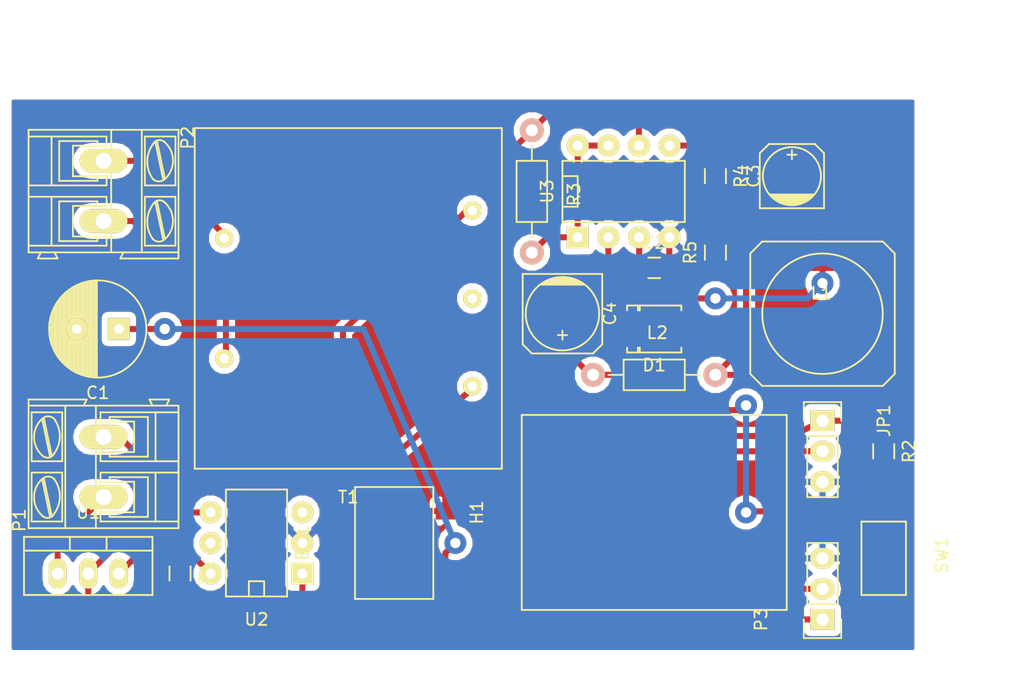
<source format=kicad_pcb>
(kicad_pcb (version 4) (host pcbnew "(after 2015-mar-04 BZR unknown)-product")

  (general
    (links 47)
    (no_connects 0)
    (area 96.364667 63.399999 181.019381 109.320001)
    (thickness 1.6)
    (drawings 7)
    (tracks 110)
    (zones 0)
    (modules 23)
    (nets 22)
  )

  (page A4)
  (title_block
    (title iSmartPlug)
    (company "Fablab Saigon")
  )

  (layers
    (0 F.Cu signal)
    (31 B.Cu signal)
    (32 B.Adhes user)
    (33 F.Adhes user)
    (34 B.Paste user)
    (35 F.Paste user)
    (36 B.SilkS user)
    (37 F.SilkS user)
    (38 B.Mask user)
    (39 F.Mask user)
    (40 Dwgs.User user)
    (41 Cmts.User user)
    (42 Eco1.User user)
    (43 Eco2.User user)
    (44 Edge.Cuts user)
    (45 Margin user)
    (46 B.CrtYd user)
    (47 F.CrtYd user)
    (48 B.Fab user)
    (49 F.Fab user)
  )

  (setup
    (last_trace_width 0.5)
    (trace_clearance 0.2)
    (zone_clearance 0.508)
    (zone_45_only no)
    (trace_min 0.5)
    (segment_width 0.2)
    (edge_width 0.15)
    (via_size 1.82)
    (via_drill 0.86)
    (via_min_size 1.82)
    (via_min_drill 0.86)
    (uvia_size 0.3)
    (uvia_drill 0.1)
    (uvias_allowed no)
    (uvia_min_size 0.2)
    (uvia_min_drill 0.1)
    (pcb_text_width 0.3)
    (pcb_text_size 1.5 1.5)
    (mod_edge_width 0.15)
    (mod_text_size 1 1)
    (mod_text_width 0.15)
    (pad_size 1.82 1.82)
    (pad_drill 0.762)
    (pad_to_mask_clearance 0.2)
    (aux_axis_origin 0 0)
    (visible_elements 7FFFFFFF)
    (pcbplotparams
      (layerselection 0x00030_80000001)
      (usegerberextensions false)
      (excludeedgelayer true)
      (linewidth 0.100000)
      (plotframeref false)
      (viasonmask false)
      (mode 1)
      (useauxorigin false)
      (hpglpennumber 1)
      (hpglpenspeed 20)
      (hpglpendiameter 15)
      (hpglpenoverlay 2)
      (psnegative false)
      (psa4output false)
      (plotreference true)
      (plotvalue true)
      (plotinvisibletext false)
      (padsonsilk false)
      (subtractmaskfromsilk false)
      (outputformat 5)
      (mirror false)
      (drillshape 0)
      (scaleselection 1)
      (outputdirectory C:/Users/Nhan/Desktop/iPlug/pap/))
  )

  (net 0 "")
  (net 1 "Net-(C3-Pad1)")
  (net 2 /3.3v)
  (net 3 /PIN7)
  (net 4 "Net-(BR1-Pad1)")
  (net 5 "Net-(BR1-Pad2)")
  (net 6 /VCC)
  (net 7 /GND)
  (net 8 /L)
  (net 9 /N)
  (net 10 "Net-(C2-Pad1)")
  (net 11 "Net-(D1-Pad2)")
  (net 12 "Net-(H1-Pad1)")
  (net 13 "Net-(H1-Pad7)")
  (net 14 "Net-(H1-Pad12)")
  (net 15 "Net-(H1-Pad15)")
  (net 16 "Net-(H1-Pad16)")
  (net 17 "Net-(P1-Pad1)")
  (net 18 "Net-(P1-Pad2)")
  (net 19 "Net-(R1-Pad1)")
  (net 20 "Net-(R4-Pad1)")
  (net 21 "Net-(U1-Pad3)")

  (net_class Default "This is the default net class."
    (clearance 0.2)
    (trace_width 0.5)
    (via_dia 1.82)
    (via_drill 0.86)
    (uvia_dia 0.3)
    (uvia_drill 0.1)
    (add_net /3.3v)
    (add_net /GND)
    (add_net /L)
    (add_net /N)
    (add_net /PIN7)
    (add_net /VCC)
    (add_net "Net-(BR1-Pad1)")
    (add_net "Net-(BR1-Pad2)")
    (add_net "Net-(C2-Pad1)")
    (add_net "Net-(C3-Pad1)")
    (add_net "Net-(D1-Pad2)")
    (add_net "Net-(H1-Pad1)")
    (add_net "Net-(H1-Pad12)")
    (add_net "Net-(H1-Pad15)")
    (add_net "Net-(H1-Pad16)")
    (add_net "Net-(H1-Pad7)")
    (add_net "Net-(P1-Pad1)")
    (add_net "Net-(P1-Pad2)")
    (add_net "Net-(R1-Pad1)")
    (add_net "Net-(R4-Pad1)")
    (add_net "Net-(U1-Pad3)")
  )

  (module Capacitors_SMD:C_0805_HandSoldering (layer F.Cu) (tedit 541A9B8D) (tstamp 5526B938)
    (at 154.94 77.47)
    (descr "Capacitor SMD 0805, hand soldering")
    (tags "capacitor 0805")
    (path /55252EEF)
    (attr smd)
    (fp_text reference C2 (at 0 -2.1) (layer F.SilkS)
      (effects (font (size 1 1) (thickness 0.15)))
    )
    (fp_text value 220pF (at 0 2.1) (layer F.Fab)
      (effects (font (size 1 1) (thickness 0.15)))
    )
    (fp_line (start -2.3 -1) (end 2.3 -1) (layer F.CrtYd) (width 0.05))
    (fp_line (start -2.3 1) (end 2.3 1) (layer F.CrtYd) (width 0.05))
    (fp_line (start -2.3 -1) (end -2.3 1) (layer F.CrtYd) (width 0.05))
    (fp_line (start 2.3 -1) (end 2.3 1) (layer F.CrtYd) (width 0.05))
    (fp_line (start 0.5 -0.85) (end -0.5 -0.85) (layer F.SilkS) (width 0.15))
    (fp_line (start -0.5 0.85) (end 0.5 0.85) (layer F.SilkS) (width 0.15))
    (pad 1 smd rect (at -1.25 0) (size 1.5 1.25) (layers F.Cu F.Paste F.Mask)
      (net 10 "Net-(C2-Pad1)"))
    (pad 2 smd rect (at 1.25 0) (size 1.5 1.25) (layers F.Cu F.Paste F.Mask)
      (net 7 /GND))
    (model Capacitors_SMD.3dshapes/C_0805_HandSoldering.wrl
      (at (xyz 0 0 0))
      (scale (xyz 1 1 1))
      (rotate (xyz 0 0 0))
    )
  )

  (module Capacitors_SMD:c_elec_5x5.8 (layer F.Cu) (tedit 0) (tstamp 5526B93E)
    (at 166.37 69.85 90)
    (descr "SMT capacitor, aluminium electrolytic, 5x5.8")
    (path /55252F69)
    (fp_text reference C3 (at 0 -3.175 90) (layer F.SilkS)
      (effects (font (size 1 1) (thickness 0.15)))
    )
    (fp_text value 33uF (at 0 3.175 90) (layer F.Fab)
      (effects (font (size 1 1) (thickness 0.15)))
    )
    (fp_line (start -2.286 -0.635) (end -2.286 0.762) (layer F.SilkS) (width 0.15))
    (fp_line (start -2.159 -0.889) (end -2.159 0.889) (layer F.SilkS) (width 0.15))
    (fp_line (start -2.032 -1.27) (end -2.032 1.27) (layer F.SilkS) (width 0.15))
    (fp_line (start -1.905 1.397) (end -1.905 -1.397) (layer F.SilkS) (width 0.15))
    (fp_line (start -1.778 -1.524) (end -1.778 1.524) (layer F.SilkS) (width 0.15))
    (fp_line (start -1.651 1.651) (end -1.651 -1.651) (layer F.SilkS) (width 0.15))
    (fp_line (start -1.524 -1.778) (end -1.524 1.778) (layer F.SilkS) (width 0.15))
    (fp_circle (center 0 0) (end -2.413 0) (layer F.SilkS) (width 0.15))
    (fp_line (start -2.667 -2.667) (end 1.905 -2.667) (layer F.SilkS) (width 0.15))
    (fp_line (start 1.905 -2.667) (end 2.667 -1.905) (layer F.SilkS) (width 0.15))
    (fp_line (start 2.667 -1.905) (end 2.667 1.905) (layer F.SilkS) (width 0.15))
    (fp_line (start 2.667 1.905) (end 1.905 2.667) (layer F.SilkS) (width 0.15))
    (fp_line (start 1.905 2.667) (end -2.667 2.667) (layer F.SilkS) (width 0.15))
    (fp_line (start -2.667 2.667) (end -2.667 -2.667) (layer F.SilkS) (width 0.15))
    (fp_line (start 2.159 0) (end 1.397 0) (layer F.SilkS) (width 0.15))
    (fp_line (start 1.778 -0.381) (end 1.778 0.381) (layer F.SilkS) (width 0.15))
    (pad 1 smd rect (at 2.19964 0 90) (size 2.99974 1.6002) (layers F.Cu F.Paste F.Mask)
      (net 1 "Net-(C3-Pad1)"))
    (pad 2 smd rect (at -2.19964 0 90) (size 2.99974 1.6002) (layers F.Cu F.Paste F.Mask)
      (net 7 /GND))
    (model Capacitors_SMD.3dshapes/c_elec_5x5.8.wrl
      (at (xyz 0 0 0))
      (scale (xyz 1 1 1))
      (rotate (xyz 0 0 0))
    )
  )

  (module Capacitors_SMD:c_elec_6.3x7.7 (layer F.Cu) (tedit 0) (tstamp 5526B944)
    (at 147.32 81.28 270)
    (descr "SMT capacitor, aluminium electrolytic, 6.3x7.7")
    (path /55256CDB)
    (fp_text reference C4 (at 0 -3.937 270) (layer F.SilkS)
      (effects (font (size 1 1) (thickness 0.15)))
    )
    (fp_text value 100uF (at 0 3.81 270) (layer F.Fab)
      (effects (font (size 1 1) (thickness 0.15)))
    )
    (fp_line (start -2.921 -0.762) (end -2.921 0.762) (layer F.SilkS) (width 0.15))
    (fp_line (start -2.794 1.143) (end -2.794 -1.143) (layer F.SilkS) (width 0.15))
    (fp_line (start -2.667 -1.397) (end -2.667 1.397) (layer F.SilkS) (width 0.15))
    (fp_line (start -2.54 1.651) (end -2.54 -1.651) (layer F.SilkS) (width 0.15))
    (fp_line (start -2.413 -1.778) (end -2.413 1.778) (layer F.SilkS) (width 0.15))
    (fp_circle (center 0 0) (end -3.048 0) (layer F.SilkS) (width 0.15))
    (fp_line (start -3.302 -3.302) (end -3.302 3.302) (layer F.SilkS) (width 0.15))
    (fp_line (start -3.302 3.302) (end 2.54 3.302) (layer F.SilkS) (width 0.15))
    (fp_line (start 2.54 3.302) (end 3.302 2.54) (layer F.SilkS) (width 0.15))
    (fp_line (start 3.302 2.54) (end 3.302 -2.54) (layer F.SilkS) (width 0.15))
    (fp_line (start 3.302 -2.54) (end 2.54 -3.302) (layer F.SilkS) (width 0.15))
    (fp_line (start 2.54 -3.302) (end -3.302 -3.302) (layer F.SilkS) (width 0.15))
    (fp_line (start 2.159 0) (end 1.397 0) (layer F.SilkS) (width 0.15))
    (fp_line (start 1.778 -0.381) (end 1.778 0.381) (layer F.SilkS) (width 0.15))
    (pad 1 smd rect (at 2.75082 0 270) (size 3.59918 1.6002) (layers F.Cu F.Paste F.Mask)
      (net 2 /3.3v))
    (pad 2 smd rect (at -2.75082 0 270) (size 3.59918 1.6002) (layers F.Cu F.Paste F.Mask)
      (net 7 /GND))
    (model Capacitors_SMD.3dshapes/c_elec_6.3x7.7.wrl
      (at (xyz 0 0 0))
      (scale (xyz 1 1 1))
      (rotate (xyz 0 0 0))
    )
  )

  (module Diodes_SMD:Diode-DO-214BA (layer F.Cu) (tedit 54DF7BCF) (tstamp 5526B94A)
    (at 154.94 82.55 180)
    (descr "Microsemi LSM115J")
    (tags "DO-214BA diode")
    (path /552530F8)
    (fp_text reference D1 (at 0 -3 180) (layer F.SilkS)
      (effects (font (size 1 1) (thickness 0.15)))
    )
    (fp_text value D_Schottky (at 0 3 180) (layer F.Fab)
      (effects (font (size 1 1) (thickness 0.15)))
    )
    (fp_line (start -3 -2.25) (end 3 -2.25) (layer F.CrtYd) (width 0.05))
    (fp_line (start 3 -2.25) (end 3 2.25) (layer F.CrtYd) (width 0.05))
    (fp_line (start 3 2.25) (end -3 2.25) (layer F.CrtYd) (width 0.05))
    (fp_line (start -3 2.25) (end -3 -2.25) (layer F.CrtYd) (width 0.05))
    (fp_line (start -2.25 -1.95) (end -2.25 -1.55) (layer F.SilkS) (width 0.15))
    (fp_line (start -2.25 1.95) (end -2.25 1.55) (layer F.SilkS) (width 0.15))
    (fp_line (start 2.25 1.95) (end 2.25 1.55) (layer F.SilkS) (width 0.15))
    (fp_line (start 2.25 -1.95) (end 2.25 -1.55) (layer F.SilkS) (width 0.15))
    (fp_line (start 1.2 1.95) (end 1.2 1.55) (layer F.SilkS) (width 0.15))
    (fp_line (start 1.2 1.55) (end 1.35 1.55) (layer F.SilkS) (width 0.15))
    (fp_line (start 1.35 1.55) (end 1.35 1.95) (layer F.SilkS) (width 0.15))
    (fp_line (start 1.2 -1.95) (end 1.2 -1.55) (layer F.SilkS) (width 0.15))
    (fp_line (start 1.2 -1.55) (end 1.35 -1.55) (layer F.SilkS) (width 0.15))
    (fp_line (start 1.35 -1.55) (end 1.35 -1.95) (layer F.SilkS) (width 0.15))
    (fp_line (start -2.25 -1.95) (end 2.25 -1.95) (layer F.SilkS) (width 0.15))
    (fp_line (start 2.25 1.95) (end -2.25 1.95) (layer F.SilkS) (width 0.15))
    (pad 2 smd rect (at 1.7 0 180) (size 2 2.5) (layers F.Cu F.Paste F.Mask)
      (net 11 "Net-(D1-Pad2)"))
    (pad 1 smd rect (at -1.7 0 180) (size 2 2.5) (layers F.Cu F.Paste F.Mask)
      (net 7 /GND))
  )

  (module papLib:ESP8266_07 (layer F.Cu) (tedit 5526B64C) (tstamp 5526B95E)
    (at 154.94 97.79 270)
    (path /55261556)
    (fp_text reference H1 (at 0 14.732 270) (layer F.SilkS)
      (effects (font (size 1 1) (thickness 0.15)))
    )
    (fp_text value ESP8266_07 (at 0 12.7 270) (layer F.Fab)
      (effects (font (size 1 1) (thickness 0.15)))
    )
    (fp_line (start -8.1 11) (end 8.1 11) (layer F.SilkS) (width 0.15))
    (fp_line (start -8.1 -11) (end 8.1 -11) (layer F.SilkS) (width 0.15))
    (fp_line (start 8.1 -11) (end 8.1 11) (layer F.SilkS) (width 0.15))
    (fp_line (start -8.1 -11) (end -8.1 11) (layer F.SilkS) (width 0.15))
    (pad 1 smd rect (at -8.5 -5 270) (size 1.6 0.9) (layers F.Cu F.Paste F.Mask)
      (net 12 "Net-(H1-Pad1)"))
    (pad 2 smd rect (at -8.5 -3 270) (size 1.6 0.9) (layers F.Cu F.Paste F.Mask))
    (pad 3 smd rect (at -8.5 -1 270) (size 1.6 0.9) (layers F.Cu F.Paste F.Mask)
      (net 2 /3.3v))
    (pad 4 smd rect (at -8.5 1 270) (size 1.6 0.9) (layers F.Cu F.Paste F.Mask))
    (pad 5 smd rect (at -8.5 3 270) (size 1.6 0.9) (layers F.Cu F.Paste F.Mask))
    (pad 6 smd rect (at -8.5 5 270) (size 1.6 0.9) (layers F.Cu F.Paste F.Mask))
    (pad 7 smd rect (at -8.5 7 270) (size 1.6 0.9) (layers F.Cu F.Paste F.Mask)
      (net 13 "Net-(H1-Pad7)"))
    (pad 8 smd rect (at -8.5 9 270) (size 1.6 0.9) (layers F.Cu F.Paste F.Mask)
      (net 2 /3.3v))
    (pad 9 smd rect (at 8.5 9 270) (size 1.6 0.9) (layers F.Cu F.Paste F.Mask)
      (net 7 /GND))
    (pad 10 smd rect (at 8.5 7 270) (size 1.6 0.9) (layers F.Cu F.Paste F.Mask)
      (net 7 /GND))
    (pad 11 smd rect (at 8.5 5 270) (size 1.6 0.9) (layers F.Cu F.Paste F.Mask))
    (pad 12 smd rect (at 8.5 3 270) (size 1.6 0.9) (layers F.Cu F.Paste F.Mask)
      (net 14 "Net-(H1-Pad12)"))
    (pad 13 smd rect (at 8.5 1 270) (size 1.6 0.9) (layers F.Cu F.Paste F.Mask))
    (pad 14 smd rect (at 8.5 -1 270) (size 1.6 0.9) (layers F.Cu F.Paste F.Mask))
    (pad 15 smd rect (at 8.5 -3 270) (size 1.6 0.9) (layers F.Cu F.Paste F.Mask)
      (net 15 "Net-(H1-Pad15)"))
    (pad 16 smd rect (at 8.5 -5 270) (size 1.6 0.9) (layers F.Cu F.Paste F.Mask)
      (net 16 "Net-(H1-Pad16)"))
  )

  (module Socket_Strips:Socket_Strip_Straight_1x03 (layer F.Cu) (tedit 54E9F429) (tstamp 5526B965)
    (at 168.91 90.17 270)
    (descr "Through hole socket strip")
    (tags "socket strip")
    (path /55265835)
    (fp_text reference JP1 (at 0 -5.1 270) (layer F.SilkS)
      (effects (font (size 1 1) (thickness 0.15)))
    )
    (fp_text value JUMPER3 (at 0 -3.1 270) (layer F.Fab)
      (effects (font (size 1 1) (thickness 0.15)))
    )
    (fp_line (start 0 -1.55) (end -1.55 -1.55) (layer F.SilkS) (width 0.15))
    (fp_line (start -1.55 -1.55) (end -1.55 1.55) (layer F.SilkS) (width 0.15))
    (fp_line (start -1.55 1.55) (end 0 1.55) (layer F.SilkS) (width 0.15))
    (fp_line (start -1.75 -1.75) (end -1.75 1.75) (layer F.CrtYd) (width 0.05))
    (fp_line (start 6.85 -1.75) (end 6.85 1.75) (layer F.CrtYd) (width 0.05))
    (fp_line (start -1.75 -1.75) (end 6.85 -1.75) (layer F.CrtYd) (width 0.05))
    (fp_line (start -1.75 1.75) (end 6.85 1.75) (layer F.CrtYd) (width 0.05))
    (fp_line (start 1.27 -1.27) (end 6.35 -1.27) (layer F.SilkS) (width 0.15))
    (fp_line (start 6.35 -1.27) (end 6.35 1.27) (layer F.SilkS) (width 0.15))
    (fp_line (start 6.35 1.27) (end 1.27 1.27) (layer F.SilkS) (width 0.15))
    (fp_line (start 1.27 1.27) (end 1.27 -1.27) (layer F.SilkS) (width 0.15))
    (pad 1 thru_hole rect (at 0 0 270) (size 1.7272 2.032) (drill 1.016) (layers *.Cu *.Mask F.SilkS)
      (net 2 /3.3v))
    (pad 2 thru_hole oval (at 2.54 0 270) (size 1.7272 2.032) (drill 1.016) (layers *.Cu *.Mask F.SilkS)
      (net 14 "Net-(H1-Pad12)"))
    (pad 3 thru_hole oval (at 5.08 0 270) (size 1.7272 2.032) (drill 1.016) (layers *.Cu *.Mask F.SilkS)
      (net 7 /GND))
    (model Socket_Strips.3dshapes/Socket_Strip_Straight_1x03.wrl
      (at (xyz 0.1 0 0))
      (scale (xyz 1 1 1))
      (rotate (xyz 0 0 180))
    )
  )

  (module Inductors:SELF-WE-PD-XXL (layer F.Cu) (tedit 0) (tstamp 5526B96B)
    (at 168.91 81.28 270)
    (descr "SELF- WE-PD-XXL")
    (path /55253230)
    (attr smd)
    (fp_text reference L1 (at -1.69926 0.09906 360) (layer F.SilkS)
      (effects (font (size 1 1) (thickness 0.15)))
    )
    (fp_text value 330uH (at 1.80086 0 360) (layer F.Fab)
      (effects (font (size 1 1) (thickness 0.15)))
    )
    (fp_circle (center 0 0) (end 0 -5.00126) (layer F.SilkS) (width 0.15))
    (fp_line (start -5.99948 0) (end -5.99948 -5.00126) (layer F.SilkS) (width 0.15))
    (fp_line (start -5.99948 -5.00126) (end -5.00126 -5.99948) (layer F.SilkS) (width 0.15))
    (fp_line (start -5.00126 -5.99948) (end 5.00126 -5.99948) (layer F.SilkS) (width 0.15))
    (fp_line (start 5.00126 -5.99948) (end 5.99948 -5.00126) (layer F.SilkS) (width 0.15))
    (fp_line (start 5.99948 -5.00126) (end 5.99948 5.00126) (layer F.SilkS) (width 0.15))
    (fp_line (start 5.99948 5.00126) (end 5.00126 5.99948) (layer F.SilkS) (width 0.15))
    (fp_line (start 5.00126 5.99948) (end -5.00126 5.99948) (layer F.SilkS) (width 0.15))
    (fp_line (start -5.00126 5.99948) (end -5.99948 5.00126) (layer F.SilkS) (width 0.15))
    (fp_line (start -5.99948 5.00126) (end -5.99948 0) (layer F.SilkS) (width 0.15))
    (fp_text user "" (at 0 0 270) (layer F.SilkS)
      (effects (font (size 1 1) (thickness 0.15)))
    )
    (fp_text user "" (at 0 0 270) (layer F.SilkS)
      (effects (font (size 1 1) (thickness 0.15)))
    )
    (pad 1 smd rect (at -5.00126 0 270) (size 2.90068 5.40004) (layers F.Cu F.Paste F.Mask)
      (net 11 "Net-(D1-Pad2)"))
    (pad 2 smd rect (at 5.00126 0 270) (size 2.90068 5.40004) (layers F.Cu F.Paste F.Mask)
      (net 1 "Net-(C3-Pad1)"))
    (model Inductors.3dshapes/SELF-WE-PD-XXL.wrl
      (at (xyz 0 0 0))
      (scale (xyz 1 1 1))
      (rotate (xyz 0 0 0))
    )
  )

  (module Resistors_ThroughHole:Resistor_Horizontal_RM10mm (layer F.Cu) (tedit 53F56209) (tstamp 5526B971)
    (at 154.94 86.36)
    (descr "Resistor, Axial,  RM 10mm, 1/3W,")
    (tags "Resistor, Axial, RM 10mm, 1/3W,")
    (path /55256C7B)
    (fp_text reference L2 (at 0.24892 -3.50012) (layer F.SilkS)
      (effects (font (size 1 1) (thickness 0.15)))
    )
    (fp_text value 1uH (at 3.81 3.81) (layer F.Fab)
      (effects (font (size 1 1) (thickness 0.15)))
    )
    (fp_line (start -2.54 -1.27) (end 2.54 -1.27) (layer F.SilkS) (width 0.15))
    (fp_line (start 2.54 -1.27) (end 2.54 1.27) (layer F.SilkS) (width 0.15))
    (fp_line (start 2.54 1.27) (end -2.54 1.27) (layer F.SilkS) (width 0.15))
    (fp_line (start -2.54 1.27) (end -2.54 -1.27) (layer F.SilkS) (width 0.15))
    (fp_line (start -2.54 0) (end -3.81 0) (layer F.SilkS) (width 0.15))
    (fp_line (start 2.54 0) (end 3.81 0) (layer F.SilkS) (width 0.15))
    (pad 1 thru_hole circle (at -5.08 0) (size 1.99898 1.99898) (drill 1.00076) (layers *.Cu *.SilkS *.Mask)
      (net 2 /3.3v))
    (pad 2 thru_hole circle (at 5.08 0) (size 1.99898 1.99898) (drill 1.00076) (layers *.Cu *.SilkS *.Mask)
      (net 1 "Net-(C3-Pad1)"))
    (model Resistors_ThroughHole.3dshapes/Resistor_Horizontal_RM10mm.wrl
      (at (xyz 0 0 0))
      (scale (xyz 0.4 0.4 0.4))
      (rotate (xyz 0 0 0))
    )
  )

  (module Connect:AK300-2 (layer F.Cu) (tedit 54792136) (tstamp 5526B977)
    (at 109.22 96.52 90)
    (descr CONNECTOR)
    (tags CONNECTOR)
    (path /55267553)
    (attr virtual)
    (fp_text reference P1 (at -1.92 -6.985 90) (layer F.SilkS)
      (effects (font (size 1 1) (thickness 0.15)))
    )
    (fp_text value CONN_01X02 (at 2.779 7.747 90) (layer F.Fab)
      (effects (font (size 1 1) (thickness 0.15)))
    )
    (fp_line (start 8.363 -6.473) (end -2.83 -6.473) (layer F.CrtYd) (width 0.05))
    (fp_line (start 8.363 6.473) (end 8.363 -6.473) (layer F.CrtYd) (width 0.05))
    (fp_line (start -2.83 6.473) (end 8.363 6.473) (layer F.CrtYd) (width 0.05))
    (fp_line (start -2.83 -6.473) (end -2.83 6.473) (layer F.CrtYd) (width 0.05))
    (fp_line (start -1.2596 2.54) (end 1.2804 2.54) (layer F.SilkS) (width 0.15))
    (fp_line (start 1.2804 2.54) (end 1.2804 -0.254) (layer F.SilkS) (width 0.15))
    (fp_line (start -1.2596 -0.254) (end 1.2804 -0.254) (layer F.SilkS) (width 0.15))
    (fp_line (start -1.2596 2.54) (end -1.2596 -0.254) (layer F.SilkS) (width 0.15))
    (fp_line (start 3.7442 2.54) (end 6.2842 2.54) (layer F.SilkS) (width 0.15))
    (fp_line (start 6.2842 2.54) (end 6.2842 -0.254) (layer F.SilkS) (width 0.15))
    (fp_line (start 3.7442 -0.254) (end 6.2842 -0.254) (layer F.SilkS) (width 0.15))
    (fp_line (start 3.7442 2.54) (end 3.7442 -0.254) (layer F.SilkS) (width 0.15))
    (fp_line (start 7.605 -6.223) (end 7.605 -3.175) (layer F.SilkS) (width 0.15))
    (fp_line (start 7.605 -6.223) (end -2.58 -6.223) (layer F.SilkS) (width 0.15))
    (fp_line (start 7.605 -6.223) (end 8.113 -6.223) (layer F.SilkS) (width 0.15))
    (fp_line (start 8.113 -6.223) (end 8.113 -1.397) (layer F.SilkS) (width 0.15))
    (fp_line (start 8.113 -1.397) (end 7.605 -1.651) (layer F.SilkS) (width 0.15))
    (fp_line (start 8.113 5.461) (end 7.605 5.207) (layer F.SilkS) (width 0.15))
    (fp_line (start 7.605 5.207) (end 7.605 6.223) (layer F.SilkS) (width 0.15))
    (fp_line (start 8.113 3.81) (end 7.605 4.064) (layer F.SilkS) (width 0.15))
    (fp_line (start 7.605 4.064) (end 7.605 5.207) (layer F.SilkS) (width 0.15))
    (fp_line (start 8.113 3.81) (end 8.113 5.461) (layer F.SilkS) (width 0.15))
    (fp_line (start 2.9822 6.223) (end 2.9822 4.318) (layer F.SilkS) (width 0.15))
    (fp_line (start 7.0462 -0.254) (end 7.0462 4.318) (layer F.SilkS) (width 0.15))
    (fp_line (start 2.9822 6.223) (end 7.0462 6.223) (layer F.SilkS) (width 0.15))
    (fp_line (start 7.0462 6.223) (end 7.605 6.223) (layer F.SilkS) (width 0.15))
    (fp_line (start 2.0424 6.223) (end 2.0424 4.318) (layer F.SilkS) (width 0.15))
    (fp_line (start 2.0424 6.223) (end 2.9822 6.223) (layer F.SilkS) (width 0.15))
    (fp_line (start -2.0216 -0.254) (end -2.0216 4.318) (layer F.SilkS) (width 0.15))
    (fp_line (start -2.58 6.223) (end -2.0216 6.223) (layer F.SilkS) (width 0.15))
    (fp_line (start -2.0216 6.223) (end 2.0424 6.223) (layer F.SilkS) (width 0.15))
    (fp_line (start 2.9822 4.318) (end 7.0462 4.318) (layer F.SilkS) (width 0.15))
    (fp_line (start 2.9822 4.318) (end 2.9822 -0.254) (layer F.SilkS) (width 0.15))
    (fp_line (start 7.0462 4.318) (end 7.0462 6.223) (layer F.SilkS) (width 0.15))
    (fp_line (start 2.0424 4.318) (end -2.0216 4.318) (layer F.SilkS) (width 0.15))
    (fp_line (start 2.0424 4.318) (end 2.0424 -0.254) (layer F.SilkS) (width 0.15))
    (fp_line (start -2.0216 4.318) (end -2.0216 6.223) (layer F.SilkS) (width 0.15))
    (fp_line (start 6.6652 3.683) (end 6.6652 0.508) (layer F.SilkS) (width 0.15))
    (fp_line (start 6.6652 3.683) (end 3.3632 3.683) (layer F.SilkS) (width 0.15))
    (fp_line (start 3.3632 3.683) (end 3.3632 0.508) (layer F.SilkS) (width 0.15))
    (fp_line (start 1.6614 3.683) (end 1.6614 0.508) (layer F.SilkS) (width 0.15))
    (fp_line (start 1.6614 3.683) (end -1.6406 3.683) (layer F.SilkS) (width 0.15))
    (fp_line (start -1.6406 3.683) (end -1.6406 0.508) (layer F.SilkS) (width 0.15))
    (fp_line (start -1.6406 0.508) (end -1.2596 0.508) (layer F.SilkS) (width 0.15))
    (fp_line (start 1.6614 0.508) (end 1.2804 0.508) (layer F.SilkS) (width 0.15))
    (fp_line (start 3.3632 0.508) (end 3.7442 0.508) (layer F.SilkS) (width 0.15))
    (fp_line (start 6.6652 0.508) (end 6.2842 0.508) (layer F.SilkS) (width 0.15))
    (fp_line (start -2.58 6.223) (end -2.58 -0.635) (layer F.SilkS) (width 0.15))
    (fp_line (start -2.58 -0.635) (end -2.58 -3.175) (layer F.SilkS) (width 0.15))
    (fp_line (start 7.605 -1.651) (end 7.605 -0.635) (layer F.SilkS) (width 0.15))
    (fp_line (start 7.605 -0.635) (end 7.605 4.064) (layer F.SilkS) (width 0.15))
    (fp_line (start -2.58 -3.175) (end 7.605 -3.175) (layer F.SilkS) (width 0.15))
    (fp_line (start -2.58 -3.175) (end -2.58 -6.223) (layer F.SilkS) (width 0.15))
    (fp_line (start 7.605 -3.175) (end 7.605 -1.651) (layer F.SilkS) (width 0.15))
    (fp_line (start 2.9822 -3.429) (end 2.9822 -5.969) (layer F.SilkS) (width 0.15))
    (fp_line (start 2.9822 -5.969) (end 7.0462 -5.969) (layer F.SilkS) (width 0.15))
    (fp_line (start 7.0462 -5.969) (end 7.0462 -3.429) (layer F.SilkS) (width 0.15))
    (fp_line (start 7.0462 -3.429) (end 2.9822 -3.429) (layer F.SilkS) (width 0.15))
    (fp_line (start 2.0424 -3.429) (end 2.0424 -5.969) (layer F.SilkS) (width 0.15))
    (fp_line (start 2.0424 -3.429) (end -2.0216 -3.429) (layer F.SilkS) (width 0.15))
    (fp_line (start -2.0216 -3.429) (end -2.0216 -5.969) (layer F.SilkS) (width 0.15))
    (fp_line (start 2.0424 -5.969) (end -2.0216 -5.969) (layer F.SilkS) (width 0.15))
    (fp_line (start 3.3886 -4.445) (end 6.4366 -5.08) (layer F.SilkS) (width 0.15))
    (fp_line (start 3.5156 -4.318) (end 6.5636 -4.953) (layer F.SilkS) (width 0.15))
    (fp_line (start -1.6152 -4.445) (end 1.43534 -5.08) (layer F.SilkS) (width 0.15))
    (fp_line (start -1.4882 -4.318) (end 1.5598 -4.953) (layer F.SilkS) (width 0.15))
    (fp_line (start -2.0216 -0.254) (end -1.6406 -0.254) (layer F.SilkS) (width 0.15))
    (fp_line (start 2.0424 -0.254) (end 1.6614 -0.254) (layer F.SilkS) (width 0.15))
    (fp_line (start 1.6614 -0.254) (end -1.6406 -0.254) (layer F.SilkS) (width 0.15))
    (fp_line (start -2.58 -0.635) (end -1.6406 -0.635) (layer F.SilkS) (width 0.15))
    (fp_line (start -1.6406 -0.635) (end 1.6614 -0.635) (layer F.SilkS) (width 0.15))
    (fp_line (start 1.6614 -0.635) (end 3.3632 -0.635) (layer F.SilkS) (width 0.15))
    (fp_line (start 7.605 -0.635) (end 6.6652 -0.635) (layer F.SilkS) (width 0.15))
    (fp_line (start 6.6652 -0.635) (end 3.3632 -0.635) (layer F.SilkS) (width 0.15))
    (fp_line (start 7.0462 -0.254) (end 6.6652 -0.254) (layer F.SilkS) (width 0.15))
    (fp_line (start 2.9822 -0.254) (end 3.3632 -0.254) (layer F.SilkS) (width 0.15))
    (fp_line (start 3.3632 -0.254) (end 6.6652 -0.254) (layer F.SilkS) (width 0.15))
    (fp_arc (start 6.0302 -4.59486) (end 6.53566 -5.05206) (angle 90.5) (layer F.SilkS) (width 0.15))
    (fp_arc (start 5.065 -6.0706) (end 6.52804 -4.11734) (angle 75.5) (layer F.SilkS) (width 0.15))
    (fp_arc (start 4.98626 -3.7084) (end 3.3886 -5.0038) (angle 100) (layer F.SilkS) (width 0.15))
    (fp_arc (start 3.8712 -4.64566) (end 3.58164 -4.1275) (angle 104.2) (layer F.SilkS) (width 0.15))
    (fp_arc (start 1.0264 -4.59486) (end 1.5344 -5.05206) (angle 90.5) (layer F.SilkS) (width 0.15))
    (fp_arc (start 0.06374 -6.0706) (end 1.52678 -4.11734) (angle 75.5) (layer F.SilkS) (width 0.15))
    (fp_arc (start -0.01246 -3.7084) (end -1.6152 -5.0038) (angle 100) (layer F.SilkS) (width 0.15))
    (fp_arc (start -1.1326 -4.64566) (end -1.41962 -4.1275) (angle 104.2) (layer F.SilkS) (width 0.15))
    (pad 1 thru_hole oval (at 0 0 90) (size 1.9812 3.9624) (drill 1.3208) (layers *.Cu F.Paste F.SilkS F.Mask)
      (net 17 "Net-(P1-Pad1)"))
    (pad 2 thru_hole oval (at 5 0 90) (size 1.9812 3.9624) (drill 1.3208) (layers *.Cu F.Paste F.SilkS F.Mask)
      (net 18 "Net-(P1-Pad2)"))
  )

  (module Connect:AK300-2 (layer F.Cu) (tedit 54792136) (tstamp 5526B97D)
    (at 109.22 68.58 270)
    (descr CONNECTOR)
    (tags CONNECTOR)
    (path /55258C01)
    (attr virtual)
    (fp_text reference P2 (at -1.92 -6.985 270) (layer F.SilkS)
      (effects (font (size 1 1) (thickness 0.15)))
    )
    (fp_text value CONN_01X02 (at 2.779 7.747 270) (layer F.Fab)
      (effects (font (size 1 1) (thickness 0.15)))
    )
    (fp_line (start 8.363 -6.473) (end -2.83 -6.473) (layer F.CrtYd) (width 0.05))
    (fp_line (start 8.363 6.473) (end 8.363 -6.473) (layer F.CrtYd) (width 0.05))
    (fp_line (start -2.83 6.473) (end 8.363 6.473) (layer F.CrtYd) (width 0.05))
    (fp_line (start -2.83 -6.473) (end -2.83 6.473) (layer F.CrtYd) (width 0.05))
    (fp_line (start -1.2596 2.54) (end 1.2804 2.54) (layer F.SilkS) (width 0.15))
    (fp_line (start 1.2804 2.54) (end 1.2804 -0.254) (layer F.SilkS) (width 0.15))
    (fp_line (start -1.2596 -0.254) (end 1.2804 -0.254) (layer F.SilkS) (width 0.15))
    (fp_line (start -1.2596 2.54) (end -1.2596 -0.254) (layer F.SilkS) (width 0.15))
    (fp_line (start 3.7442 2.54) (end 6.2842 2.54) (layer F.SilkS) (width 0.15))
    (fp_line (start 6.2842 2.54) (end 6.2842 -0.254) (layer F.SilkS) (width 0.15))
    (fp_line (start 3.7442 -0.254) (end 6.2842 -0.254) (layer F.SilkS) (width 0.15))
    (fp_line (start 3.7442 2.54) (end 3.7442 -0.254) (layer F.SilkS) (width 0.15))
    (fp_line (start 7.605 -6.223) (end 7.605 -3.175) (layer F.SilkS) (width 0.15))
    (fp_line (start 7.605 -6.223) (end -2.58 -6.223) (layer F.SilkS) (width 0.15))
    (fp_line (start 7.605 -6.223) (end 8.113 -6.223) (layer F.SilkS) (width 0.15))
    (fp_line (start 8.113 -6.223) (end 8.113 -1.397) (layer F.SilkS) (width 0.15))
    (fp_line (start 8.113 -1.397) (end 7.605 -1.651) (layer F.SilkS) (width 0.15))
    (fp_line (start 8.113 5.461) (end 7.605 5.207) (layer F.SilkS) (width 0.15))
    (fp_line (start 7.605 5.207) (end 7.605 6.223) (layer F.SilkS) (width 0.15))
    (fp_line (start 8.113 3.81) (end 7.605 4.064) (layer F.SilkS) (width 0.15))
    (fp_line (start 7.605 4.064) (end 7.605 5.207) (layer F.SilkS) (width 0.15))
    (fp_line (start 8.113 3.81) (end 8.113 5.461) (layer F.SilkS) (width 0.15))
    (fp_line (start 2.9822 6.223) (end 2.9822 4.318) (layer F.SilkS) (width 0.15))
    (fp_line (start 7.0462 -0.254) (end 7.0462 4.318) (layer F.SilkS) (width 0.15))
    (fp_line (start 2.9822 6.223) (end 7.0462 6.223) (layer F.SilkS) (width 0.15))
    (fp_line (start 7.0462 6.223) (end 7.605 6.223) (layer F.SilkS) (width 0.15))
    (fp_line (start 2.0424 6.223) (end 2.0424 4.318) (layer F.SilkS) (width 0.15))
    (fp_line (start 2.0424 6.223) (end 2.9822 6.223) (layer F.SilkS) (width 0.15))
    (fp_line (start -2.0216 -0.254) (end -2.0216 4.318) (layer F.SilkS) (width 0.15))
    (fp_line (start -2.58 6.223) (end -2.0216 6.223) (layer F.SilkS) (width 0.15))
    (fp_line (start -2.0216 6.223) (end 2.0424 6.223) (layer F.SilkS) (width 0.15))
    (fp_line (start 2.9822 4.318) (end 7.0462 4.318) (layer F.SilkS) (width 0.15))
    (fp_line (start 2.9822 4.318) (end 2.9822 -0.254) (layer F.SilkS) (width 0.15))
    (fp_line (start 7.0462 4.318) (end 7.0462 6.223) (layer F.SilkS) (width 0.15))
    (fp_line (start 2.0424 4.318) (end -2.0216 4.318) (layer F.SilkS) (width 0.15))
    (fp_line (start 2.0424 4.318) (end 2.0424 -0.254) (layer F.SilkS) (width 0.15))
    (fp_line (start -2.0216 4.318) (end -2.0216 6.223) (layer F.SilkS) (width 0.15))
    (fp_line (start 6.6652 3.683) (end 6.6652 0.508) (layer F.SilkS) (width 0.15))
    (fp_line (start 6.6652 3.683) (end 3.3632 3.683) (layer F.SilkS) (width 0.15))
    (fp_line (start 3.3632 3.683) (end 3.3632 0.508) (layer F.SilkS) (width 0.15))
    (fp_line (start 1.6614 3.683) (end 1.6614 0.508) (layer F.SilkS) (width 0.15))
    (fp_line (start 1.6614 3.683) (end -1.6406 3.683) (layer F.SilkS) (width 0.15))
    (fp_line (start -1.6406 3.683) (end -1.6406 0.508) (layer F.SilkS) (width 0.15))
    (fp_line (start -1.6406 0.508) (end -1.2596 0.508) (layer F.SilkS) (width 0.15))
    (fp_line (start 1.6614 0.508) (end 1.2804 0.508) (layer F.SilkS) (width 0.15))
    (fp_line (start 3.3632 0.508) (end 3.7442 0.508) (layer F.SilkS) (width 0.15))
    (fp_line (start 6.6652 0.508) (end 6.2842 0.508) (layer F.SilkS) (width 0.15))
    (fp_line (start -2.58 6.223) (end -2.58 -0.635) (layer F.SilkS) (width 0.15))
    (fp_line (start -2.58 -0.635) (end -2.58 -3.175) (layer F.SilkS) (width 0.15))
    (fp_line (start 7.605 -1.651) (end 7.605 -0.635) (layer F.SilkS) (width 0.15))
    (fp_line (start 7.605 -0.635) (end 7.605 4.064) (layer F.SilkS) (width 0.15))
    (fp_line (start -2.58 -3.175) (end 7.605 -3.175) (layer F.SilkS) (width 0.15))
    (fp_line (start -2.58 -3.175) (end -2.58 -6.223) (layer F.SilkS) (width 0.15))
    (fp_line (start 7.605 -3.175) (end 7.605 -1.651) (layer F.SilkS) (width 0.15))
    (fp_line (start 2.9822 -3.429) (end 2.9822 -5.969) (layer F.SilkS) (width 0.15))
    (fp_line (start 2.9822 -5.969) (end 7.0462 -5.969) (layer F.SilkS) (width 0.15))
    (fp_line (start 7.0462 -5.969) (end 7.0462 -3.429) (layer F.SilkS) (width 0.15))
    (fp_line (start 7.0462 -3.429) (end 2.9822 -3.429) (layer F.SilkS) (width 0.15))
    (fp_line (start 2.0424 -3.429) (end 2.0424 -5.969) (layer F.SilkS) (width 0.15))
    (fp_line (start 2.0424 -3.429) (end -2.0216 -3.429) (layer F.SilkS) (width 0.15))
    (fp_line (start -2.0216 -3.429) (end -2.0216 -5.969) (layer F.SilkS) (width 0.15))
    (fp_line (start 2.0424 -5.969) (end -2.0216 -5.969) (layer F.SilkS) (width 0.15))
    (fp_line (start 3.3886 -4.445) (end 6.4366 -5.08) (layer F.SilkS) (width 0.15))
    (fp_line (start 3.5156 -4.318) (end 6.5636 -4.953) (layer F.SilkS) (width 0.15))
    (fp_line (start -1.6152 -4.445) (end 1.43534 -5.08) (layer F.SilkS) (width 0.15))
    (fp_line (start -1.4882 -4.318) (end 1.5598 -4.953) (layer F.SilkS) (width 0.15))
    (fp_line (start -2.0216 -0.254) (end -1.6406 -0.254) (layer F.SilkS) (width 0.15))
    (fp_line (start 2.0424 -0.254) (end 1.6614 -0.254) (layer F.SilkS) (width 0.15))
    (fp_line (start 1.6614 -0.254) (end -1.6406 -0.254) (layer F.SilkS) (width 0.15))
    (fp_line (start -2.58 -0.635) (end -1.6406 -0.635) (layer F.SilkS) (width 0.15))
    (fp_line (start -1.6406 -0.635) (end 1.6614 -0.635) (layer F.SilkS) (width 0.15))
    (fp_line (start 1.6614 -0.635) (end 3.3632 -0.635) (layer F.SilkS) (width 0.15))
    (fp_line (start 7.605 -0.635) (end 6.6652 -0.635) (layer F.SilkS) (width 0.15))
    (fp_line (start 6.6652 -0.635) (end 3.3632 -0.635) (layer F.SilkS) (width 0.15))
    (fp_line (start 7.0462 -0.254) (end 6.6652 -0.254) (layer F.SilkS) (width 0.15))
    (fp_line (start 2.9822 -0.254) (end 3.3632 -0.254) (layer F.SilkS) (width 0.15))
    (fp_line (start 3.3632 -0.254) (end 6.6652 -0.254) (layer F.SilkS) (width 0.15))
    (fp_arc (start 6.0302 -4.59486) (end 6.53566 -5.05206) (angle 90.5) (layer F.SilkS) (width 0.15))
    (fp_arc (start 5.065 -6.0706) (end 6.52804 -4.11734) (angle 75.5) (layer F.SilkS) (width 0.15))
    (fp_arc (start 4.98626 -3.7084) (end 3.3886 -5.0038) (angle 100) (layer F.SilkS) (width 0.15))
    (fp_arc (start 3.8712 -4.64566) (end 3.58164 -4.1275) (angle 104.2) (layer F.SilkS) (width 0.15))
    (fp_arc (start 1.0264 -4.59486) (end 1.5344 -5.05206) (angle 90.5) (layer F.SilkS) (width 0.15))
    (fp_arc (start 0.06374 -6.0706) (end 1.52678 -4.11734) (angle 75.5) (layer F.SilkS) (width 0.15))
    (fp_arc (start -0.01246 -3.7084) (end -1.6152 -5.0038) (angle 100) (layer F.SilkS) (width 0.15))
    (fp_arc (start -1.1326 -4.64566) (end -1.41962 -4.1275) (angle 104.2) (layer F.SilkS) (width 0.15))
    (pad 1 thru_hole oval (at 0 0 270) (size 1.9812 3.9624) (drill 1.3208) (layers *.Cu F.Paste F.SilkS F.Mask)
      (net 8 /L))
    (pad 2 thru_hole oval (at 5 0 270) (size 1.9812 3.9624) (drill 1.3208) (layers *.Cu F.Paste F.SilkS F.Mask)
      (net 9 /N))
  )

  (module Socket_Strips:Socket_Strip_Straight_1x03 (layer F.Cu) (tedit 54E9F429) (tstamp 5526B984)
    (at 168.91 106.68 90)
    (descr "Through hole socket strip")
    (tags "socket strip")
    (path /552636CA)
    (fp_text reference P3 (at 0 -5.1 90) (layer F.SilkS)
      (effects (font (size 1 1) (thickness 0.15)))
    )
    (fp_text value CONN_01X03 (at 0 -3.1 90) (layer F.Fab)
      (effects (font (size 1 1) (thickness 0.15)))
    )
    (fp_line (start 0 -1.55) (end -1.55 -1.55) (layer F.SilkS) (width 0.15))
    (fp_line (start -1.55 -1.55) (end -1.55 1.55) (layer F.SilkS) (width 0.15))
    (fp_line (start -1.55 1.55) (end 0 1.55) (layer F.SilkS) (width 0.15))
    (fp_line (start -1.75 -1.75) (end -1.75 1.75) (layer F.CrtYd) (width 0.05))
    (fp_line (start 6.85 -1.75) (end 6.85 1.75) (layer F.CrtYd) (width 0.05))
    (fp_line (start -1.75 -1.75) (end 6.85 -1.75) (layer F.CrtYd) (width 0.05))
    (fp_line (start -1.75 1.75) (end 6.85 1.75) (layer F.CrtYd) (width 0.05))
    (fp_line (start 1.27 -1.27) (end 6.35 -1.27) (layer F.SilkS) (width 0.15))
    (fp_line (start 6.35 -1.27) (end 6.35 1.27) (layer F.SilkS) (width 0.15))
    (fp_line (start 6.35 1.27) (end 1.27 1.27) (layer F.SilkS) (width 0.15))
    (fp_line (start 1.27 1.27) (end 1.27 -1.27) (layer F.SilkS) (width 0.15))
    (pad 1 thru_hole rect (at 0 0 90) (size 1.7272 2.032) (drill 1.016) (layers *.Cu *.Mask F.SilkS)
      (net 16 "Net-(H1-Pad16)"))
    (pad 2 thru_hole oval (at 2.54 0 90) (size 1.7272 2.032) (drill 1.016) (layers *.Cu *.Mask F.SilkS)
      (net 15 "Net-(H1-Pad15)"))
    (pad 3 thru_hole oval (at 5.08 0 90) (size 1.7272 2.032) (drill 1.016) (layers *.Cu *.Mask F.SilkS)
      (net 7 /GND))
    (model Socket_Strips.3dshapes/Socket_Strip_Straight_1x03.wrl
      (at (xyz 0.1 0 0))
      (scale (xyz 1 1 1))
      (rotate (xyz 0 0 180))
    )
  )

  (module Resistors_SMD:R_0805_HandSoldering (layer F.Cu) (tedit 54189DEE) (tstamp 5526B98A)
    (at 115.57 102.87 270)
    (descr "Resistor SMD 0805, hand soldering")
    (tags "resistor 0805")
    (path /552670EA)
    (attr smd)
    (fp_text reference R1 (at 0 -2.1 270) (layer F.SilkS)
      (effects (font (size 1 1) (thickness 0.15)))
    )
    (fp_text value 220 (at 0 2.1 270) (layer F.Fab)
      (effects (font (size 1 1) (thickness 0.15)))
    )
    (fp_line (start -2.4 -1) (end 2.4 -1) (layer F.CrtYd) (width 0.05))
    (fp_line (start -2.4 1) (end 2.4 1) (layer F.CrtYd) (width 0.05))
    (fp_line (start -2.4 -1) (end -2.4 1) (layer F.CrtYd) (width 0.05))
    (fp_line (start 2.4 -1) (end 2.4 1) (layer F.CrtYd) (width 0.05))
    (fp_line (start 0.6 0.875) (end -0.6 0.875) (layer F.SilkS) (width 0.15))
    (fp_line (start -0.6 -0.875) (end 0.6 -0.875) (layer F.SilkS) (width 0.15))
    (pad 1 smd rect (at -1.35 0 270) (size 1.5 1.3) (layers F.Cu F.Paste F.Mask)
      (net 19 "Net-(R1-Pad1)"))
    (pad 2 smd rect (at 1.35 0 270) (size 1.5 1.3) (layers F.Cu F.Paste F.Mask)
      (net 18 "Net-(P1-Pad2)"))
    (model Resistors_SMD.3dshapes/R_0805_HandSoldering.wrl
      (at (xyz 0 0 0))
      (scale (xyz 1 1 1))
      (rotate (xyz 0 0 0))
    )
  )

  (module Resistors_SMD:R_0805_HandSoldering (layer F.Cu) (tedit 54189DEE) (tstamp 5526B990)
    (at 173.99 92.71 270)
    (descr "Resistor SMD 0805, hand soldering")
    (tags "resistor 0805")
    (path /55264956)
    (attr smd)
    (fp_text reference R2 (at 0 -2.1 270) (layer F.SilkS)
      (effects (font (size 1 1) (thickness 0.15)))
    )
    (fp_text value 220 (at 0 2.1 270) (layer F.Fab)
      (effects (font (size 1 1) (thickness 0.15)))
    )
    (fp_line (start -2.4 -1) (end 2.4 -1) (layer F.CrtYd) (width 0.05))
    (fp_line (start -2.4 1) (end 2.4 1) (layer F.CrtYd) (width 0.05))
    (fp_line (start -2.4 -1) (end -2.4 1) (layer F.CrtYd) (width 0.05))
    (fp_line (start 2.4 -1) (end 2.4 1) (layer F.CrtYd) (width 0.05))
    (fp_line (start 0.6 0.875) (end -0.6 0.875) (layer F.SilkS) (width 0.15))
    (fp_line (start -0.6 -0.875) (end 0.6 -0.875) (layer F.SilkS) (width 0.15))
    (pad 1 smd rect (at -1.35 0 270) (size 1.5 1.3) (layers F.Cu F.Paste F.Mask)
      (net 2 /3.3v))
    (pad 2 smd rect (at 1.35 0 270) (size 1.5 1.3) (layers F.Cu F.Paste F.Mask)
      (net 12 "Net-(H1-Pad1)"))
    (model Resistors_SMD.3dshapes/R_0805_HandSoldering.wrl
      (at (xyz 0 0 0))
      (scale (xyz 1 1 1))
      (rotate (xyz 0 0 0))
    )
  )

  (module Resistors_ThroughHole:Resistor_Horizontal_RM10mm (layer F.Cu) (tedit 53F56209) (tstamp 5526B996)
    (at 144.78 71.12 270)
    (descr "Resistor, Axial,  RM 10mm, 1/3W,")
    (tags "Resistor, Axial, RM 10mm, 1/3W,")
    (path /55252E98)
    (fp_text reference R3 (at 0.24892 -3.50012 270) (layer F.SilkS)
      (effects (font (size 1 1) (thickness 0.15)))
    )
    (fp_text value 1.8 (at 3.81 3.81 270) (layer F.Fab)
      (effects (font (size 1 1) (thickness 0.15)))
    )
    (fp_line (start -2.54 -1.27) (end 2.54 -1.27) (layer F.SilkS) (width 0.15))
    (fp_line (start 2.54 -1.27) (end 2.54 1.27) (layer F.SilkS) (width 0.15))
    (fp_line (start 2.54 1.27) (end -2.54 1.27) (layer F.SilkS) (width 0.15))
    (fp_line (start -2.54 1.27) (end -2.54 -1.27) (layer F.SilkS) (width 0.15))
    (fp_line (start -2.54 0) (end -3.81 0) (layer F.SilkS) (width 0.15))
    (fp_line (start 2.54 0) (end 3.81 0) (layer F.SilkS) (width 0.15))
    (pad 1 thru_hole circle (at -5.08 0 270) (size 1.99898 1.99898) (drill 1.00076) (layers *.Cu *.SilkS *.Mask)
      (net 6 /VCC))
    (pad 2 thru_hole circle (at 5.08 0 270) (size 1.99898 1.99898) (drill 1.00076) (layers *.Cu *.SilkS *.Mask)
      (net 3 /PIN7))
    (model Resistors_ThroughHole.3dshapes/Resistor_Horizontal_RM10mm.wrl
      (at (xyz 0 0 0))
      (scale (xyz 0.4 0.4 0.4))
      (rotate (xyz 0 0 0))
    )
  )

  (module Resistors_SMD:R_0805_HandSoldering (layer F.Cu) (tedit 54189DEE) (tstamp 5526B99C)
    (at 160.02 69.85 270)
    (descr "Resistor SMD 0805, hand soldering")
    (tags "resistor 0805")
    (path /55257544)
    (attr smd)
    (fp_text reference R4 (at 0 -2.1 270) (layer F.SilkS)
      (effects (font (size 1 1) (thickness 0.15)))
    )
    (fp_text value 22k (at 0 2.1 270) (layer F.Fab)
      (effects (font (size 1 1) (thickness 0.15)))
    )
    (fp_line (start -2.4 -1) (end 2.4 -1) (layer F.CrtYd) (width 0.05))
    (fp_line (start -2.4 1) (end 2.4 1) (layer F.CrtYd) (width 0.05))
    (fp_line (start -2.4 -1) (end -2.4 1) (layer F.CrtYd) (width 0.05))
    (fp_line (start 2.4 -1) (end 2.4 1) (layer F.CrtYd) (width 0.05))
    (fp_line (start 0.6 0.875) (end -0.6 0.875) (layer F.SilkS) (width 0.15))
    (fp_line (start -0.6 -0.875) (end 0.6 -0.875) (layer F.SilkS) (width 0.15))
    (pad 1 smd rect (at -1.35 0 270) (size 1.5 1.3) (layers F.Cu F.Paste F.Mask)
      (net 20 "Net-(R4-Pad1)"))
    (pad 2 smd rect (at 1.35 0 270) (size 1.5 1.3) (layers F.Cu F.Paste F.Mask)
      (net 1 "Net-(C3-Pad1)"))
    (model Resistors_SMD.3dshapes/R_0805_HandSoldering.wrl
      (at (xyz 0 0 0))
      (scale (xyz 1 1 1))
      (rotate (xyz 0 0 0))
    )
  )

  (module Resistors_SMD:R_0805_HandSoldering (layer F.Cu) (tedit 54189DEE) (tstamp 5526B9A2)
    (at 160.02 76.2 90)
    (descr "Resistor SMD 0805, hand soldering")
    (tags "resistor 0805")
    (path /55254CD3)
    (attr smd)
    (fp_text reference R5 (at 0 -2.1 90) (layer F.SilkS)
      (effects (font (size 1 1) (thickness 0.15)))
    )
    (fp_text value 13k (at 0 2.1 90) (layer F.Fab)
      (effects (font (size 1 1) (thickness 0.15)))
    )
    (fp_line (start -2.4 -1) (end 2.4 -1) (layer F.CrtYd) (width 0.05))
    (fp_line (start -2.4 1) (end 2.4 1) (layer F.CrtYd) (width 0.05))
    (fp_line (start -2.4 -1) (end -2.4 1) (layer F.CrtYd) (width 0.05))
    (fp_line (start 2.4 -1) (end 2.4 1) (layer F.CrtYd) (width 0.05))
    (fp_line (start 0.6 0.875) (end -0.6 0.875) (layer F.SilkS) (width 0.15))
    (fp_line (start -0.6 -0.875) (end 0.6 -0.875) (layer F.SilkS) (width 0.15))
    (pad 1 smd rect (at -1.35 0 90) (size 1.5 1.3) (layers F.Cu F.Paste F.Mask)
      (net 7 /GND))
    (pad 2 smd rect (at 1.35 0 90) (size 1.5 1.3) (layers F.Cu F.Paste F.Mask)
      (net 20 "Net-(R4-Pad1)"))
    (model Resistors_SMD.3dshapes/R_0805_HandSoldering.wrl
      (at (xyz 0 0 0))
      (scale (xyz 1 1 1))
      (rotate (xyz 0 0 0))
    )
  )

  (module papLib:RST_SWITCH_SMD (layer F.Cu) (tedit 5526B1A6) (tstamp 5526B9A8)
    (at 173.99 101.6 90)
    (path /55261DD5)
    (fp_text reference SW1 (at 0.254 4.826 90) (layer F.SilkS)
      (effects (font (size 1 1) (thickness 0.15)))
    )
    (fp_text value SW_PUSH (at 0.254 3.302 90) (layer F.Fab)
      (effects (font (size 1 1) (thickness 0.15)))
    )
    (fp_line (start -3.05 -1.85) (end -3.05 1.85) (layer F.SilkS) (width 0.15))
    (fp_line (start -3.05 1.85) (end 3.05 1.85) (layer F.SilkS) (width 0.15))
    (fp_line (start 3.05 -1.85) (end 3.05 1.85) (layer F.SilkS) (width 0.15))
    (fp_line (start -3.05 -1.85) (end 3.05 -1.85) (layer F.SilkS) (width 0.15))
    (pad 1 smd rect (at -3.9 0 90) (size 1.5 1.4) (layers F.Cu F.Paste F.Mask)
      (net 7 /GND))
    (pad 2 smd rect (at 3.9 0 90) (size 1.5 1.4) (layers F.Cu F.Paste F.Mask)
      (net 12 "Net-(H1-Pad1)"))
  )

  (module Transistors_TO-220:TO-220_Neutral123_Vertical (layer F.Cu) (tedit 0) (tstamp 5526B9B8)
    (at 107.95 102.87)
    (descr "TO-220, Neutral, Vertical,")
    (tags "TO-220, Neutral, Vertical,")
    (path /55261A2C)
    (fp_text reference U1 (at 0 -5.08) (layer F.SilkS)
      (effects (font (size 1 1) (thickness 0.15)))
    )
    (fp_text value TRIAC (at 0 3.81) (layer F.Fab)
      (effects (font (size 1 1) (thickness 0.15)))
    )
    (fp_line (start -1.524 -3.048) (end -1.524 -1.905) (layer F.SilkS) (width 0.15))
    (fp_line (start 1.524 -3.048) (end 1.524 -1.905) (layer F.SilkS) (width 0.15))
    (fp_line (start 5.334 -1.905) (end 5.334 1.778) (layer F.SilkS) (width 0.15))
    (fp_line (start 5.334 1.778) (end -5.334 1.778) (layer F.SilkS) (width 0.15))
    (fp_line (start -5.334 1.778) (end -5.334 -1.905) (layer F.SilkS) (width 0.15))
    (fp_line (start 5.334 -3.048) (end 5.334 -1.905) (layer F.SilkS) (width 0.15))
    (fp_line (start 5.334 -1.905) (end -5.334 -1.905) (layer F.SilkS) (width 0.15))
    (fp_line (start -5.334 -1.905) (end -5.334 -3.048) (layer F.SilkS) (width 0.15))
    (fp_line (start 0 -3.048) (end -5.334 -3.048) (layer F.SilkS) (width 0.15))
    (fp_line (start 0 -3.048) (end 5.334 -3.048) (layer F.SilkS) (width 0.15))
    (pad 2 thru_hole oval (at 0 0 90) (size 2.49936 1.50114) (drill 1.00076) (layers *.Cu *.Mask F.SilkS)
      (net 18 "Net-(P1-Pad2)"))
    (pad 1 thru_hole oval (at -2.54 0 90) (size 2.49936 1.50114) (drill 1.00076) (layers *.Cu *.Mask F.SilkS)
      (net 17 "Net-(P1-Pad1)"))
    (pad 3 thru_hole oval (at 2.54 0 90) (size 2.49936 1.50114) (drill 1.00076) (layers *.Cu *.Mask F.SilkS)
      (net 21 "Net-(U1-Pad3)"))
    (model Transistors_TO-220.3dshapes/TO-220_Neutral123_Vertical.wrl
      (at (xyz 0 0 0))
      (scale (xyz 0.3937 0.3937 0.3937))
      (rotate (xyz 0 0 0))
    )
  )

  (module papLib:DS107S_SMD (layer F.Cu) (tedit 55276E9F) (tstamp 55276FE8)
    (at 133.35 100.33 270)
    (path /55262DB8)
    (fp_text reference BR1 (at 0 7.62 270) (layer F.SilkS)
      (effects (font (size 1 1) (thickness 0.15)))
    )
    (fp_text value DS107S_SMD (at 0 6.35 270) (layer F.Fab)
      (effects (font (size 1 1) (thickness 0.15)))
    )
    (fp_line (start -4.65 -3.25) (end -4.65 3.25) (layer F.SilkS) (width 0.15))
    (fp_line (start -4.65 3.25) (end 4.65 3.25) (layer F.SilkS) (width 0.15))
    (fp_line (start 4.65 3.25) (end 4.65 -3.25) (layer F.SilkS) (width 0.15))
    (fp_line (start -4.65 -3.25) (end 4.65 -3.25) (layer F.SilkS) (width 0.15))
    (pad 1 smd rect (at -2.65 4.25 270) (size 1.4 1.6) (layers F.Cu F.Paste F.Mask)
      (net 4 "Net-(BR1-Pad1)"))
    (pad 2 smd rect (at 2.65 4.25 270) (size 1.4 1.6) (layers F.Cu F.Paste F.Mask)
      (net 5 "Net-(BR1-Pad2)"))
    (pad 3 smd rect (at 2.65 -4.25 270) (size 1.4 1.6) (layers F.Cu F.Paste F.Mask)
      (net 6 /VCC))
    (pad 4 smd rect (at -2.65 -4.25 270) (size 1.4 1.6) (layers F.Cu F.Paste F.Mask)
      (net 7 /GND))
  )

  (module papLib:ZN28150BA2-12V-1.2W (layer F.Cu) (tedit 5527795B) (tstamp 55277ACE)
    (at 129.54 80.01)
    (path /552638A3)
    (fp_text reference T1 (at 0 16.51) (layer F.SilkS)
      (effects (font (size 1 1) (thickness 0.15)))
    )
    (fp_text value TRANSFO_3PINS (at 0 15.24) (layer F.Fab)
      (effects (font (size 1 1) (thickness 0.15)))
    )
    (fp_line (start -12.75 -14.15) (end -12.75 14.15) (layer F.SilkS) (width 0.15))
    (fp_line (start -12.75 14.15) (end 12.75 14.15) (layer F.SilkS) (width 0.15))
    (fp_line (start 12.75 -14.15) (end 12.75 14.15) (layer F.SilkS) (width 0.15))
    (fp_line (start -12.75 -14.15) (end 12.75 -14.15) (layer F.SilkS) (width 0.15))
    (pad 2 thru_hole circle (at -10.3 5) (size 1.524 1.524) (drill 0.8) (layers *.Cu *.Mask F.SilkS)
      (net 9 /N))
    (pad 1 thru_hole circle (at -10.3 -5) (size 1.524 1.524) (drill 0.8) (layers *.Cu *.Mask F.SilkS)
      (net 8 /L))
    (pad 5 thru_hole circle (at 10.3 -7.3) (size 1.524 1.524) (drill 0.8) (layers *.Cu *.Mask F.SilkS)
      (net 4 "Net-(BR1-Pad1)"))
    (pad 4 thru_hole circle (at 10.3 0) (size 1.524 1.524) (drill 0.8) (layers *.Cu *.Mask F.SilkS))
    (pad 3 thru_hole circle (at 10.3 7.3) (size 1.524 1.524) (drill 0.8) (layers *.Cu *.Mask F.SilkS)
      (net 5 "Net-(BR1-Pad2)"))
  )

  (module papLib:C_Radial_D8_L11.5_P3.5 (layer F.Cu) (tedit 55278DD5) (tstamp 5527939C)
    (at 110.49 82.55 180)
    (descr "Radial Electrolytic Capacitor Diameter 8mm x Length 11.5mm, Pitch 3.5mm")
    (tags "Electrolytic Capacitor")
    (path /55257352)
    (fp_text reference C1 (at 1.75 -5.3 180) (layer F.SilkS)
      (effects (font (size 1 1) (thickness 0.15)))
    )
    (fp_text value 470uF (at 1.75 5.3 180) (layer F.Fab)
      (effects (font (size 1 1) (thickness 0.15)))
    )
    (fp_line (start 1.825 -3.999) (end 1.825 3.999) (layer F.SilkS) (width 0.15))
    (fp_line (start 1.965 -3.994) (end 1.965 3.994) (layer F.SilkS) (width 0.15))
    (fp_line (start 2.105 -3.984) (end 2.105 3.984) (layer F.SilkS) (width 0.15))
    (fp_line (start 2.245 -3.969) (end 2.245 3.969) (layer F.SilkS) (width 0.15))
    (fp_line (start 2.385 -3.949) (end 2.385 3.949) (layer F.SilkS) (width 0.15))
    (fp_line (start 2.525 -3.924) (end 2.525 -0.222) (layer F.SilkS) (width 0.15))
    (fp_line (start 2.525 0.222) (end 2.525 3.924) (layer F.SilkS) (width 0.15))
    (fp_line (start 2.665 -3.894) (end 2.665 -0.55) (layer F.SilkS) (width 0.15))
    (fp_line (start 2.665 0.55) (end 2.665 3.894) (layer F.SilkS) (width 0.15))
    (fp_line (start 2.805 -3.858) (end 2.805 -0.719) (layer F.SilkS) (width 0.15))
    (fp_line (start 2.805 0.719) (end 2.805 3.858) (layer F.SilkS) (width 0.15))
    (fp_line (start 2.945 -3.817) (end 2.945 -0.832) (layer F.SilkS) (width 0.15))
    (fp_line (start 2.945 0.832) (end 2.945 3.817) (layer F.SilkS) (width 0.15))
    (fp_line (start 3.085 -3.771) (end 3.085 -0.91) (layer F.SilkS) (width 0.15))
    (fp_line (start 3.085 0.91) (end 3.085 3.771) (layer F.SilkS) (width 0.15))
    (fp_line (start 3.225 -3.718) (end 3.225 -0.961) (layer F.SilkS) (width 0.15))
    (fp_line (start 3.225 0.961) (end 3.225 3.718) (layer F.SilkS) (width 0.15))
    (fp_line (start 3.365 -3.659) (end 3.365 -0.991) (layer F.SilkS) (width 0.15))
    (fp_line (start 3.365 0.991) (end 3.365 3.659) (layer F.SilkS) (width 0.15))
    (fp_line (start 3.505 -3.594) (end 3.505 -1) (layer F.SilkS) (width 0.15))
    (fp_line (start 3.505 1) (end 3.505 3.594) (layer F.SilkS) (width 0.15))
    (fp_line (start 3.645 -3.523) (end 3.645 -0.989) (layer F.SilkS) (width 0.15))
    (fp_line (start 3.645 0.989) (end 3.645 3.523) (layer F.SilkS) (width 0.15))
    (fp_line (start 3.785 -3.444) (end 3.785 -0.959) (layer F.SilkS) (width 0.15))
    (fp_line (start 3.785 0.959) (end 3.785 3.444) (layer F.SilkS) (width 0.15))
    (fp_line (start 3.925 -3.357) (end 3.925 -0.905) (layer F.SilkS) (width 0.15))
    (fp_line (start 3.925 0.905) (end 3.925 3.357) (layer F.SilkS) (width 0.15))
    (fp_line (start 4.065 -3.262) (end 4.065 -0.825) (layer F.SilkS) (width 0.15))
    (fp_line (start 4.065 0.825) (end 4.065 3.262) (layer F.SilkS) (width 0.15))
    (fp_line (start 4.205 -3.158) (end 4.205 -0.709) (layer F.SilkS) (width 0.15))
    (fp_line (start 4.205 0.709) (end 4.205 3.158) (layer F.SilkS) (width 0.15))
    (fp_line (start 4.345 -3.044) (end 4.345 -0.535) (layer F.SilkS) (width 0.15))
    (fp_line (start 4.345 0.535) (end 4.345 3.044) (layer F.SilkS) (width 0.15))
    (fp_line (start 4.485 -2.919) (end 4.485 -0.173) (layer F.SilkS) (width 0.15))
    (fp_line (start 4.485 0.173) (end 4.485 2.919) (layer F.SilkS) (width 0.15))
    (fp_line (start 4.625 -2.781) (end 4.625 2.781) (layer F.SilkS) (width 0.15))
    (fp_line (start 4.765 -2.629) (end 4.765 2.629) (layer F.SilkS) (width 0.15))
    (fp_line (start 4.905 -2.459) (end 4.905 2.459) (layer F.SilkS) (width 0.15))
    (fp_line (start 5.045 -2.268) (end 5.045 2.268) (layer F.SilkS) (width 0.15))
    (fp_line (start 5.185 -2.05) (end 5.185 2.05) (layer F.SilkS) (width 0.15))
    (fp_line (start 5.325 -1.794) (end 5.325 1.794) (layer F.SilkS) (width 0.15))
    (fp_line (start 5.465 -1.483) (end 5.465 1.483) (layer F.SilkS) (width 0.15))
    (fp_line (start 5.605 -1.067) (end 5.605 1.067) (layer F.SilkS) (width 0.15))
    (fp_line (start 5.745 -0.2) (end 5.745 0.2) (layer F.SilkS) (width 0.15))
    (fp_circle (center 3.5 0) (end 3.5 -1) (layer F.SilkS) (width 0.15))
    (fp_circle (center 1.75 0) (end 1.75 -4.0375) (layer F.SilkS) (width 0.15))
    (fp_circle (center 1.75 0) (end 1.75 -4.3) (layer F.CrtYd) (width 0.05))
    (pad 2 thru_hole circle (at 3.5 0 180) (size 1.82 1.82) (drill 0.8) (layers *.Cu *.Mask F.SilkS)
      (net 7 /GND))
    (pad 1 thru_hole rect (at 0 0 180) (size 1.82 1.82) (drill 0.8) (layers *.Cu *.Mask F.SilkS)
      (net 6 /VCC))
    (model Capacitors_ThroughHole.3dshapes/C_Radial_D8_L11.5_P3.5.wrl
      (at (xyz 0 0 0))
      (scale (xyz 1 1 1))
      (rotate (xyz 0 0 0))
    )
  )

  (module papLib:DIP-6__300 (layer F.Cu) (tedit 55278D76) (tstamp 552793AD)
    (at 121.92 100.33 90)
    (descr "6 pins DIL package, round pads")
    (tags DIL)
    (path /5526B454)
    (fp_text reference U2 (at -6.35 0 180) (layer F.SilkS)
      (effects (font (size 1 1) (thickness 0.15)))
    )
    (fp_text value MOC3020M (at 0 0 90) (layer F.Fab)
      (effects (font (size 1 1) (thickness 0.15)))
    )
    (fp_line (start -4.445 -2.54) (end 4.445 -2.54) (layer F.SilkS) (width 0.15))
    (fp_line (start 4.445 -2.54) (end 4.445 2.54) (layer F.SilkS) (width 0.15))
    (fp_line (start 4.445 2.54) (end -4.445 2.54) (layer F.SilkS) (width 0.15))
    (fp_line (start -4.445 2.54) (end -4.445 -2.54) (layer F.SilkS) (width 0.15))
    (fp_line (start -4.445 -0.635) (end -3.175 -0.635) (layer F.SilkS) (width 0.15))
    (fp_line (start -3.175 -0.635) (end -3.175 0.635) (layer F.SilkS) (width 0.15))
    (fp_line (start -3.175 0.635) (end -4.445 0.635) (layer F.SilkS) (width 0.15))
    (pad 1 thru_hole rect (at -2.54 3.81 90) (size 1.82 1.82) (drill 0.8128) (layers *.Cu *.Mask F.SilkS)
      (net 13 "Net-(H1-Pad7)"))
    (pad 2 thru_hole circle (at 0 3.81 90) (size 1.82 1.82) (drill 0.8128) (layers *.Cu *.Mask F.SilkS)
      (net 7 /GND))
    (pad 3 thru_hole circle (at 2.54 3.81 90) (size 1.82 1.82) (drill 0.8128) (layers *.Cu *.Mask F.SilkS))
    (pad 4 thru_hole circle (at 2.54 -3.81 90) (size 1.82 1.82) (drill 0.8128) (layers *.Cu *.Mask F.SilkS)
      (net 21 "Net-(U1-Pad3)"))
    (pad 5 thru_hole circle (at 0 -3.81 90) (size 1.82 1.82) (drill 0.8128) (layers *.Cu *.Mask F.SilkS))
    (pad 6 thru_hole circle (at -2.54 -3.81 90) (size 1.82 1.82) (drill 0.8128) (layers *.Cu *.Mask F.SilkS)
      (net 19 "Net-(R1-Pad1)"))
    (model Sockets_DIP.3dshapes/DIP-6__300.wrl
      (at (xyz 0 0 0))
      (scale (xyz 1 1 1))
      (rotate (xyz 0 0 0))
    )
  )

  (module papLib:DIP-8__300 (layer F.Cu) (tedit 55278D9C) (tstamp 552793C0)
    (at 152.4 71.12)
    (descr "8 pins DIL package, round pads")
    (tags DIL)
    (path /5526C15C)
    (fp_text reference U3 (at -6.35 0 90) (layer F.SilkS)
      (effects (font (size 1 1) (thickness 0.15)))
    )
    (fp_text value MC34063 (at 0 0) (layer F.Fab)
      (effects (font (size 1 1) (thickness 0.15)))
    )
    (fp_line (start -5.08 -1.27) (end -3.81 -1.27) (layer F.SilkS) (width 0.15))
    (fp_line (start -3.81 -1.27) (end -3.81 1.27) (layer F.SilkS) (width 0.15))
    (fp_line (start -3.81 1.27) (end -5.08 1.27) (layer F.SilkS) (width 0.15))
    (fp_line (start -5.08 -2.54) (end 5.08 -2.54) (layer F.SilkS) (width 0.15))
    (fp_line (start 5.08 -2.54) (end 5.08 2.54) (layer F.SilkS) (width 0.15))
    (fp_line (start 5.08 2.54) (end -5.08 2.54) (layer F.SilkS) (width 0.15))
    (fp_line (start -5.08 2.54) (end -5.08 -2.54) (layer F.SilkS) (width 0.15))
    (pad 1 thru_hole rect (at -3.81 3.81) (size 1.82 1.82) (drill 0.8128) (layers *.Cu *.Mask F.SilkS)
      (net 3 /PIN7))
    (pad 2 thru_hole circle (at -1.27 3.81) (size 1.82 1.82) (drill 0.8128) (layers *.Cu *.Mask F.SilkS)
      (net 11 "Net-(D1-Pad2)"))
    (pad 3 thru_hole circle (at 1.27 3.81) (size 1.82 1.82) (drill 0.8128) (layers *.Cu *.Mask F.SilkS)
      (net 10 "Net-(C2-Pad1)"))
    (pad 4 thru_hole circle (at 3.81 3.81) (size 1.82 1.82) (drill 0.8128) (layers *.Cu *.Mask F.SilkS)
      (net 7 /GND))
    (pad 5 thru_hole circle (at 3.81 -3.81) (size 1.82 1.82) (drill 0.8128) (layers *.Cu *.Mask F.SilkS)
      (net 20 "Net-(R4-Pad1)"))
    (pad 6 thru_hole circle (at 1.27 -3.81) (size 1.82 1.82) (drill 0.8128) (layers *.Cu *.Mask F.SilkS)
      (net 6 /VCC))
    (pad 7 thru_hole circle (at -1.27 -3.81) (size 1.82 1.82) (drill 0.8128) (layers *.Cu *.Mask F.SilkS)
      (net 3 /PIN7))
    (pad 8 thru_hole circle (at -3.81 -3.81) (size 1.82 1.82) (drill 0.8128) (layers *.Cu *.Mask F.SilkS)
      (net 3 /PIN7))
    (model Sockets_DIP.3dshapes/DIP-8__300.wrl
      (at (xyz 0 0 0))
      (scale (xyz 1 1 1))
      (rotate (xyz 0 0 0))
    )
  )

  (dimension 45.72 (width 0.3) (layer Margin)
    (gr_text "45.720 mm" (at 182.96 86.36 270) (layer Margin)
      (effects (font (size 1.5 1.5) (thickness 0.3)))
    )
    (feature1 (pts (xy 176.53 109.22) (xy 184.31 109.22)))
    (feature2 (pts (xy 176.53 63.5) (xy 184.31 63.5)))
    (crossbar (pts (xy 181.61 63.5) (xy 181.61 109.22)))
    (arrow1a (pts (xy 181.61 109.22) (xy 181.023579 108.093496)))
    (arrow1b (pts (xy 181.61 109.22) (xy 182.196421 108.093496)))
    (arrow2a (pts (xy 181.61 63.5) (xy 181.023579 64.626504)))
    (arrow2b (pts (xy 181.61 63.5) (xy 182.196421 64.626504)))
  )
  (dimension 74.93 (width 0.3) (layer Margin)
    (gr_text "74.930 mm" (at 139.065 57.07) (layer Margin)
      (effects (font (size 1.5 1.5) (thickness 0.3)))
    )
    (feature1 (pts (xy 176.53 63.5) (xy 176.53 55.72)))
    (feature2 (pts (xy 101.6 63.5) (xy 101.6 55.72)))
    (crossbar (pts (xy 101.6 58.42) (xy 176.53 58.42)))
    (arrow1a (pts (xy 176.53 58.42) (xy 175.403496 59.006421)))
    (arrow1b (pts (xy 176.53 58.42) (xy 175.403496 57.833579)))
    (arrow2a (pts (xy 101.6 58.42) (xy 102.726504 59.006421)))
    (arrow2b (pts (xy 101.6 58.42) (xy 102.726504 57.833579)))
  )
  (gr_line (start 101.6 63.5) (end 176.53 63.5) (angle 90) (layer Margin) (width 0.2))
  (gr_line (start 101.6 109.22) (end 101.6 63.5) (angle 90) (layer Margin) (width 0.2))
  (gr_line (start 176.53 109.22) (end 101.6 109.22) (angle 90) (layer Margin) (width 0.2))
  (gr_line (start 176.53 63.5) (end 176.53 64.77) (angle 90) (layer Margin) (width 0.2))
  (gr_line (start 176.53 64.77) (end 176.53 109.22) (angle 90) (layer Margin) (width 0.2))

  (segment (start 143.83 79.4) (end 144.17 79.4) (width 0.5) (layer F.Cu) (net 0))
  (segment (start 162.82036 71.2) (end 166.37 67.65036) (width 0.5) (layer F.Cu) (net 1) (tstamp 55273CEE))
  (segment (start 160.02 71.2) (end 162.82036 71.2) (width 0.5) (layer F.Cu) (net 1))
  (segment (start 168.83126 86.36) (end 168.91 86.28126) (width 0.5) (layer F.Cu) (net 1) (tstamp 55273D3C))
  (segment (start 160.02 86.36) (end 168.83126 86.36) (width 0.5) (layer F.Cu) (net 1))
  (segment (start 162.56 73.66) (end 162.56 83.82) (width 0.5) (layer F.Cu) (net 1) (tstamp 55273D80))
  (segment (start 162.56 83.82) (end 160.02 86.36) (width 0.5) (layer F.Cu) (net 1) (tstamp 55273D82))
  (segment (start 160.1 71.2) (end 162.56 73.66) (width 0.5) (layer F.Cu) (net 1) (tstamp 55273D7F))
  (segment (start 160.02 71.2) (end 160.1 71.2) (width 0.5) (layer F.Cu) (net 1))
  (segment (start 173.99 91.36) (end 173.91 91.36) (width 0.5) (layer F.Cu) (net 2) (status 30))
  (segment (start 173.91 91.36) (end 172.72 90.17) (width 0.5) (layer F.Cu) (net 2) (tstamp 55273EA5) (status 10))
  (segment (start 172.72 90.17) (end 168.91 90.17) (width 0.5) (layer F.Cu) (net 2) (tstamp 55273EA6))
  (segment (start 149.86 86.36) (end 154.94 86.36) (width 0.5) (layer F.Cu) (net 2))
  (segment (start 155.94 87.36) (end 155.94 87.63) (width 0.5) (layer F.Cu) (net 2) (tstamp 55273E90))
  (segment (start 155.94 87.63) (end 155.94 89.29) (width 0.5) (layer F.Cu) (net 2) (tstamp 55273EAA) (status 20))
  (segment (start 154.94 86.36) (end 155.94 87.36) (width 0.5) (layer F.Cu) (net 2) (tstamp 55273E8F))
  (segment (start 149.64918 86.36) (end 147.32 84.03082) (width 0.5) (layer F.Cu) (net 2) (tstamp 55273D40))
  (segment (start 149.86 86.36) (end 149.64918 86.36) (width 0.5) (layer F.Cu) (net 2))
  (segment (start 146.05 89.18) (end 145.94 89.29) (width 0.5) (layer F.Cu) (net 2) (tstamp 55273D43) (status 30))
  (segment (start 147.32 84.03082) (end 146.05 89.18) (width 0.5) (layer F.Cu) (net 2) (status 20))
  (segment (start 155.94 91.17) (end 156.21 91.44) (width 0.5) (layer F.Cu) (net 2) (tstamp 552780F2))
  (segment (start 156.21 91.44) (end 166.37 91.44) (width 0.5) (layer F.Cu) (net 2) (tstamp 552780FB))
  (segment (start 166.37 91.44) (end 168.91 90.17) (width 0.5) (layer F.Cu) (net 2) (tstamp 552780FF))
  (segment (start 155.94 89.29) (end 155.94 91.17) (width 0.5) (layer F.Cu) (net 2))
  (segment (start 146.05 74.93) (end 148.59 74.93) (width 0.5) (layer F.Cu) (net 3) (tstamp 55273CE1))
  (segment (start 144.78 76.2) (end 146.05 74.93) (width 0.5) (layer F.Cu) (net 3))
  (segment (start 148.59 67.31) (end 148.59 74.93) (width 0.5) (layer F.Cu) (net 3))
  (segment (start 151.13 67.31) (end 148.59 67.31) (width 0.5) (layer F.Cu) (net 3) (status 10))
  (segment (start 129.1 82.7) (end 139.7 72.39) (width 0.5) (layer F.Cu) (net 4) (tstamp 552773D7) (status 20))
  (segment (start 129.1 97.68) (end 129.1 82.7) (width 0.5) (layer F.Cu) (net 4) (status 10))
  (segment (start 131.97 102.98) (end 133.35 101.6) (width 0.5) (layer F.Cu) (net 5) (tstamp 552773CF))
  (segment (start 133.35 101.6) (end 133.35 93.05) (width 0.5) (layer F.Cu) (net 5) (tstamp 552773D1))
  (segment (start 133.35 93.05) (end 139.7 87.63) (width 0.5) (layer F.Cu) (net 5) (tstamp 552773D3) (status 20))
  (segment (start 129.1 102.98) (end 131.97 102.98) (width 0.5) (layer F.Cu) (net 5) (status 10))
  (segment (start 110.49 82.55) (end 114.3 82.55) (width 0.5) (layer F.Cu) (net 6))
  (via (at 114.3 82.55) (size 1.82) (layers F.Cu B.Cu) (net 6))
  (segment (start 140.86 102.98) (end 142.24 101.6) (width 0.5) (layer F.Cu) (net 6) (tstamp 552773DB))
  (segment (start 142.24 101.6) (end 142.24 68.58) (width 0.5) (layer F.Cu) (net 6) (tstamp 552773DC))
  (segment (start 142.24 68.58) (end 144.78 66.04) (width 0.5) (layer F.Cu) (net 6) (tstamp 552773DE))
  (segment (start 137.6 102.98) (end 140.86 102.98) (width 0.5) (layer F.Cu) (net 6) (status 10))
  (segment (start 114.3 82.55) (end 130.81 82.55) (width 0.5) (layer B.Cu) (net 6) (tstamp 552773EA))
  (segment (start 130.81 82.55) (end 138.43 100.33) (width 0.5) (layer B.Cu) (net 6) (tstamp 552773EB))
  (via (at 138.43 100.33) (size 1.82) (layers F.Cu B.Cu) (net 6))
  (segment (start 138.43 100.33) (end 137.6 101.16) (width 0.5) (layer F.Cu) (net 6) (tstamp 552773EE))
  (segment (start 137.6 101.16) (end 137.6 102.98) (width 0.5) (layer F.Cu) (net 6) (tstamp 552773EF) (status 20))
  (segment (start 153.67 64.77) (end 146.05 64.77) (width 0.5) (layer F.Cu) (net 6) (tstamp 55279AEE))
  (segment (start 146.05 64.77) (end 144.78 66.04) (width 0.5) (layer F.Cu) (net 6) (tstamp 55279AF0))
  (segment (start 153.67 67.31) (end 153.67 64.77) (width 0.5) (layer F.Cu) (net 6))
  (segment (start 156.19 74.95) (end 156.21 74.93) (width 0.5) (layer F.Cu) (net 7) (tstamp 55273D38) (status 30))
  (segment (start 156.19 77.47) (end 156.19 74.95) (width 0.5) (layer F.Cu) (net 7) (status 20))
  (segment (start 113.56 68.58) (end 119.38 74.93) (width 0.5) (layer F.Cu) (net 8) (tstamp 55273CA2) (status 20))
  (segment (start 109.22 68.58) (end 113.56 68.58) (width 0.5) (layer F.Cu) (net 8))
  (segment (start 111.68 73.58) (end 119.38 81.28) (width 0.5) (layer F.Cu) (net 9) (tstamp 55273CA6))
  (segment (start 119.38 81.28) (end 119.38 85.09) (width 0.5) (layer F.Cu) (net 9) (tstamp 55273CA8) (status 20))
  (segment (start 109.22 73.58) (end 111.68 73.58) (width 0.5) (layer F.Cu) (net 9))
  (segment (start 153.69 74.95) (end 153.67 74.93) (width 0.5) (layer F.Cu) (net 10) (tstamp 55273D31) (status 30))
  (segment (start 153.69 77.47) (end 153.69 74.95) (width 0.5) (layer F.Cu) (net 10) (status 20))
  (segment (start 168.91 76.27874) (end 166.44874 76.27874) (width 0.5) (layer F.Cu) (net 11))
  (segment (start 153.24 82.12) (end 151.13 80.01) (width 0.5) (layer F.Cu) (net 11) (tstamp 55273D46))
  (segment (start 153.24 82.55) (end 153.24 82.12) (width 0.5) (layer F.Cu) (net 11))
  (segment (start 151.13 80.01) (end 151.13 74.93) (width 0.5) (layer F.Cu) (net 11) (tstamp 55273D47) (status 20))
  (segment (start 168.91 76.27874) (end 168.91 76.2) (width 0.5) (layer F.Cu) (net 11))
  (via (at 168.91 78.74) (size 1.82) (layers F.Cu B.Cu) (net 11))
  (segment (start 168.91 78.74) (end 167.64 80.01) (width 0.5) (layer B.Cu) (net 11) (tstamp 55279A8B))
  (segment (start 167.64 80.01) (end 160.02 80.01) (width 0.5) (layer B.Cu) (net 11) (tstamp 55279A8C))
  (via (at 160.02 80.01) (size 1.82) (layers F.Cu B.Cu) (net 11))
  (segment (start 160.02 80.01) (end 151.13 80.01) (width 0.5) (layer F.Cu) (net 11) (tstamp 55279A9F))
  (segment (start 168.91 76.27874) (end 168.91 78.74) (width 0.5) (layer F.Cu) (net 11))
  (segment (start 173.99 97.7) (end 173.99 94.06) (width 0.5) (layer F.Cu) (net 12) (status 10))
  (segment (start 162.17 89.29) (end 162.56 88.9) (width 0.5) (layer F.Cu) (net 12) (tstamp 5527811C))
  (via (at 162.56 88.9) (size 1.82) (layers F.Cu B.Cu) (net 12))
  (segment (start 162.56 88.9) (end 162.56 97.79) (width 0.5) (layer B.Cu) (net 12) (tstamp 55278124))
  (via (at 162.56 97.79) (size 1.82) (layers F.Cu B.Cu) (net 12))
  (segment (start 162.56 97.79) (end 162.65 97.7) (width 0.5) (layer F.Cu) (net 12) (tstamp 55278132))
  (segment (start 162.65 97.7) (end 173.99 97.7) (width 0.5) (layer F.Cu) (net 12) (tstamp 55278133))
  (segment (start 159.94 89.29) (end 162.17 89.29) (width 0.5) (layer F.Cu) (net 12))
  (segment (start 125.73 106.68) (end 142.24 106.68) (width 0.5) (layer F.Cu) (net 13) (tstamp 552773E2))
  (segment (start 142.24 106.68) (end 147.94 100.98) (width 0.5) (layer F.Cu) (net 13) (tstamp 552773E3))
  (segment (start 147.94 100.98) (end 147.94 89.29) (width 0.5) (layer F.Cu) (net 13) (tstamp 552773E4))
  (segment (start 125.73 102.87) (end 125.73 106.68) (width 0.5) (layer F.Cu) (net 13))
  (segment (start 151.94 106.29) (end 151.94 95.71) (width 0.5) (layer F.Cu) (net 14))
  (segment (start 151.94 95.71) (end 154.94 92.71) (width 0.5) (layer F.Cu) (net 14) (tstamp 552788C4))
  (segment (start 154.94 92.71) (end 168.91 92.71) (width 0.5) (layer F.Cu) (net 14) (tstamp 552788CA))
  (segment (start 157.94 106.29) (end 157.94 104.95) (width 0.5) (layer F.Cu) (net 15))
  (segment (start 160.02 104.14) (end 168.91 104.14) (width 0.5) (layer F.Cu) (net 15) (tstamp 55273F08) (status 20))
  (segment (start 157.94 104.95) (end 160.02 104.14) (width 0.5) (layer F.Cu) (net 15) (tstamp 55273F06))
  (segment (start 159.94 106.29) (end 160.02 106.68) (width 0.5) (layer F.Cu) (net 16) (status 10))
  (segment (start 168.91 106.68) (end 168.91 106.68) (width 0.5) (layer F.Cu) (net 16) (tstamp 55273E94) (status 30))
  (segment (start 160.02 106.68) (end 168.91 106.68) (width 0.5) (layer F.Cu) (net 16) (tstamp 55273E93) (status 20))
  (segment (start 105.41 100.33) (end 109.22 96.52) (width 0.5) (layer F.Cu) (net 17) (tstamp 55273CCB))
  (segment (start 105.41 102.87) (end 105.41 100.33) (width 0.5) (layer F.Cu) (net 17))
  (segment (start 115.49 104.14) (end 115.57 104.22) (width 0.5) (layer F.Cu) (net 18) (tstamp 5526BCA8) (status 30))
  (segment (start 113.03 97.79) (end 107.95 102.87) (width 0.5) (layer F.Cu) (net 18) (tstamp 55273CD2))
  (segment (start 113.03 93.98) (end 113.03 97.79) (width 0.5) (layer F.Cu) (net 18) (tstamp 55273CD0))
  (segment (start 110.57 91.52) (end 113.03 93.98) (width 0.5) (layer F.Cu) (net 18) (tstamp 55273CCE))
  (segment (start 109.22 91.52) (end 110.57 91.52) (width 0.5) (layer F.Cu) (net 18))
  (segment (start 107.95 104.14) (end 107.95 105.41) (width 0.5) (layer F.Cu) (net 18) (tstamp 55273CD6))
  (segment (start 107.95 105.41) (end 115.57 105.41) (width 0.5) (layer F.Cu) (net 18) (tstamp 55273CD7))
  (segment (start 115.57 105.41) (end 115.57 104.22) (width 0.5) (layer F.Cu) (net 18) (tstamp 55273CD8))
  (segment (start 107.95 102.87) (end 107.95 104.14) (width 0.5) (layer F.Cu) (net 18))
  (segment (start 116.76 101.52) (end 118.11 102.87) (width 0.5) (layer F.Cu) (net 19) (tstamp 55273CDE))
  (segment (start 115.57 101.52) (end 116.76 101.52) (width 0.5) (layer F.Cu) (net 19))
  (segment (start 158.83 67.31) (end 160.02 68.5) (width 0.5) (layer F.Cu) (net 20) (tstamp 55273CEB) (status 10))
  (segment (start 158.83 68.5) (end 157.48 69.85) (width 0.5) (layer F.Cu) (net 20) (tstamp 55273D70))
  (segment (start 157.48 69.85) (end 157.48 72.31) (width 0.5) (layer F.Cu) (net 20) (tstamp 55273D71))
  (segment (start 157.48 72.31) (end 160.02 74.85) (width 0.5) (layer F.Cu) (net 20) (tstamp 55273D73))
  (segment (start 160.02 68.5) (end 158.83 68.5) (width 0.5) (layer F.Cu) (net 20))
  (segment (start 156.21 67.31) (end 158.83 67.31) (width 0.5) (layer F.Cu) (net 20) (status 30))
  (segment (start 115.57 97.79) (end 118.11 97.79) (width 0.5) (layer F.Cu) (net 21) (tstamp 55273CDB))
  (segment (start 110.49 102.87) (end 115.57 97.79) (width 0.5) (layer F.Cu) (net 21))

  (zone (net 7) (net_name /GND) (layer F.Cu) (tstamp 55279B8B) (hatch edge 0.508)
    (connect_pads (clearance 0.508))
    (min_thickness 0.254)
    (fill yes (arc_segments 16) (thermal_gap 0.508) (thermal_bridge_width 0.508))
    (polygon
      (pts
        (xy 176.53 109.22) (xy 101.6 109.22) (xy 101.6 63.5) (xy 176.53 63.5)
      )
    )
    (filled_polygon
      (pts
        (xy 176.403 109.093) (xy 175.33744 109.093) (xy 175.33744 98.45) (xy 175.33744 96.95) (xy 175.290463 96.707877)
        (xy 175.150673 96.495073) (xy 174.93964 96.352623) (xy 174.875 96.33966) (xy 174.875 95.411845) (xy 174.882123 95.410463)
        (xy 175.094927 95.270673) (xy 175.237377 95.05964) (xy 175.28744 94.81) (xy 175.28744 93.31) (xy 175.240463 93.067877)
        (xy 175.100673 92.855073) (xy 174.88964 92.712623) (xy 174.880469 92.710783) (xy 174.882123 92.710463) (xy 175.094927 92.570673)
        (xy 175.237377 92.35964) (xy 175.28744 92.11) (xy 175.28744 90.61) (xy 175.240463 90.367877) (xy 175.100673 90.155073)
        (xy 174.88964 90.012623) (xy 174.64 89.96256) (xy 173.764139 89.96256) (xy 173.34579 89.54421) (xy 173.058675 89.352367)
        (xy 173.002484 89.341189) (xy 172.72 89.284999) (xy 172.719994 89.285) (xy 170.569287 89.285) (xy 170.526463 89.064277)
        (xy 170.386673 88.851473) (xy 170.17564 88.709023) (xy 169.926 88.65896) (xy 167.894 88.65896) (xy 167.651877 88.705937)
        (xy 167.439073 88.845727) (xy 167.296623 89.05676) (xy 167.24656 89.3064) (xy 167.24656 90.01226) (xy 166.16108 90.555)
        (xy 160.838339 90.555) (xy 160.844927 90.550673) (xy 160.987377 90.33964) (xy 161.020394 90.175) (xy 161.649721 90.175)
        (xy 161.683685 90.209023) (xy 162.251332 90.444731) (xy 162.865971 90.445267) (xy 163.434029 90.210551) (xy 163.869023 89.776315)
        (xy 164.104731 89.208668) (xy 164.105267 88.594029) (xy 163.870551 88.025971) (xy 163.436315 87.590977) (xy 162.868668 87.355269)
        (xy 162.254029 87.354733) (xy 161.685971 87.589449) (xy 161.250977 88.023685) (xy 161.09264 88.405) (xy 161.020948 88.405)
        (xy 160.990463 88.247877) (xy 160.850673 88.035073) (xy 160.63964 87.892623) (xy 160.606838 87.886044) (xy 160.944655 87.746462)
        (xy 161.404846 87.287073) (xy 161.422316 87.245) (xy 165.56254 87.245) (xy 165.56254 87.7316) (xy 165.609517 87.973723)
        (xy 165.749307 88.186527) (xy 165.96034 88.328977) (xy 166.20998 88.37904) (xy 171.61002 88.37904) (xy 171.852143 88.332063)
        (xy 172.064947 88.192273) (xy 172.207397 87.98124) (xy 172.25746 87.7316) (xy 172.25746 84.83092) (xy 172.25746 77.72908)
        (xy 172.25746 74.8284) (xy 172.210483 74.586277) (xy 172.070693 74.373473) (xy 171.85966 74.231023) (xy 171.61002 74.18096)
        (xy 167.30498 74.18096) (xy 167.529799 74.087837) (xy 167.708427 73.909208) (xy 167.8051 73.675819) (xy 167.8051 72.33539)
        (xy 167.8051 71.76389) (xy 167.8051 70.423461) (xy 167.708427 70.190072) (xy 167.529799 70.011443) (xy 167.29641 69.91477)
        (xy 167.043791 69.91477) (xy 166.65575 69.91477) (xy 166.497 70.07352) (xy 166.497 71.92264) (xy 167.64635 71.92264)
        (xy 167.8051 71.76389) (xy 167.8051 72.33539) (xy 167.64635 72.17664) (xy 166.497 72.17664) (xy 166.497 72.19664)
        (xy 166.243 72.19664) (xy 166.243 72.17664) (xy 165.09365 72.17664) (xy 164.9349 72.33539) (xy 164.9349 73.675819)
        (xy 165.031573 73.909208) (xy 165.210201 74.087837) (xy 165.44359 74.18451) (xy 165.696209 74.18451) (xy 166.08425 74.18451)
        (xy 166.242998 74.025762) (xy 166.242998 74.18096) (xy 166.20998 74.18096) (xy 165.967857 74.227937) (xy 165.755053 74.367727)
        (xy 165.612603 74.57876) (xy 165.56254 74.8284) (xy 165.56254 77.72908) (xy 165.609517 77.971203) (xy 165.749307 78.184007)
        (xy 165.96034 78.326457) (xy 166.20998 78.37652) (xy 167.388028 78.37652) (xy 167.365269 78.431332) (xy 167.364733 79.045971)
        (xy 167.599449 79.614029) (xy 168.033685 80.049023) (xy 168.601332 80.284731) (xy 169.215971 80.285267) (xy 169.784029 80.050551)
        (xy 170.219023 79.616315) (xy 170.454731 79.048668) (xy 170.455267 78.434029) (xy 170.431504 78.37652) (xy 171.61002 78.37652)
        (xy 171.852143 78.329543) (xy 172.064947 78.189753) (xy 172.207397 77.97872) (xy 172.25746 77.72908) (xy 172.25746 84.83092)
        (xy 172.210483 84.588797) (xy 172.070693 84.375993) (xy 171.85966 84.233543) (xy 171.61002 84.18348) (xy 166.20998 84.18348)
        (xy 165.967857 84.230457) (xy 165.755053 84.370247) (xy 165.612603 84.58128) (xy 165.56254 84.83092) (xy 165.56254 85.475)
        (xy 162.156579 85.475) (xy 163.185786 84.445792) (xy 163.185789 84.44579) (xy 163.18579 84.44579) (xy 163.377633 84.158675)
        (xy 163.445 83.82) (xy 163.445 73.66) (xy 163.377633 73.321325) (xy 163.18579 73.03421) (xy 163.185786 73.034207)
        (xy 162.236579 72.085) (xy 162.820354 72.085) (xy 162.82036 72.085001) (xy 162.82036 72.085) (xy 163.102844 72.02881)
        (xy 163.159034 72.017633) (xy 163.159035 72.017633) (xy 163.44615 71.82579) (xy 164.996009 70.27593) (xy 164.9349 70.423461)
        (xy 164.9349 71.76389) (xy 165.09365 71.92264) (xy 166.243 71.92264) (xy 166.243 70.07352) (xy 166.08425 69.91477)
        (xy 165.696209 69.91477) (xy 165.44359 69.91477) (xy 165.29606 69.975878) (xy 165.490243 69.781695) (xy 165.5699 69.79767)
        (xy 167.1701 69.79767) (xy 167.412223 69.750693) (xy 167.625027 69.610903) (xy 167.767477 69.39987) (xy 167.81754 69.15023)
        (xy 167.81754 66.15049) (xy 167.770563 65.908367) (xy 167.630773 65.695563) (xy 167.41974 65.553113) (xy 167.1701 65.50305)
        (xy 165.5699 65.50305) (xy 165.327777 65.550027) (xy 165.114973 65.689817) (xy 164.972523 65.90085) (xy 164.92246 66.15049)
        (xy 164.92246 67.84632) (xy 162.45378 70.315) (xy 161.291247 70.315) (xy 161.270463 70.207877) (xy 161.130673 69.995073)
        (xy 160.91964 69.852623) (xy 160.910469 69.850783) (xy 160.912123 69.850463) (xy 161.124927 69.710673) (xy 161.267377 69.49964)
        (xy 161.31744 69.25) (xy 161.31744 67.75) (xy 161.270463 67.507877) (xy 161.130673 67.295073) (xy 160.91964 67.152623)
        (xy 160.67 67.10256) (xy 159.874139 67.10256) (xy 159.45579 66.68421) (xy 159.168675 66.492367) (xy 159.112484 66.481189)
        (xy 158.83 66.424999) (xy 158.829994 66.425) (xy 157.509599 66.425) (xy 157.086315 66.000977) (xy 156.518668 65.765269)
        (xy 155.904029 65.764733) (xy 155.335971 65.999449) (xy 154.93969 66.395039) (xy 154.555 66.009677) (xy 154.555 64.77)
        (xy 154.487633 64.431325) (xy 154.29579 64.14421) (xy 154.008675 63.952367) (xy 153.67 63.885) (xy 146.050005 63.885)
        (xy 146.05 63.884999) (xy 145.711325 63.952367) (xy 145.42421 64.14421) (xy 145.424207 64.144213) (xy 145.146172 64.422248)
        (xy 145.106547 64.405794) (xy 144.456306 64.405226) (xy 143.855345 64.653538) (xy 143.395154 65.112927) (xy 143.145794 65.713453)
        (xy 143.145226 66.363694) (xy 143.162622 66.405797) (xy 141.61421 67.95421) (xy 141.422367 68.241325) (xy 141.411189 68.297515)
        (xy 141.354999 68.58) (xy 141.355 68.580005) (xy 141.355 101.23342) (xy 141.237242 101.351178) (xy 141.237242 87.033339)
        (xy 141.237242 79.733339) (xy 141.237242 72.433339) (xy 141.02501 71.919697) (xy 140.63237 71.526371) (xy 140.1191 71.313243)
        (xy 139.563339 71.312758) (xy 139.049697 71.52499) (xy 138.656371 71.91763) (xy 138.480232 72.341818) (xy 128.482949 82.065592)
        (xy 128.479406 82.070737) (xy 128.47421 82.07421) (xy 128.381624 82.212775) (xy 128.287142 82.350019) (xy 128.285838 82.35613)
        (xy 128.282367 82.361325) (xy 128.249867 82.52471) (xy 128.215084 82.687727) (xy 128.216218 82.693874) (xy 128.215 82.7)
        (xy 128.215 96.349051) (xy 128.057877 96.379537) (xy 127.845073 96.519327) (xy 127.702623 96.73036) (xy 127.65256 96.98)
        (xy 127.65256 98.38) (xy 127.699537 98.622123) (xy 127.839327 98.834927) (xy 128.05036 98.977377) (xy 128.3 99.02744)
        (xy 129.9 99.02744) (xy 130.142123 98.980463) (xy 130.354927 98.840673) (xy 130.497377 98.62964) (xy 130.54744 98.38)
        (xy 130.54744 96.98) (xy 130.500463 96.737877) (xy 130.360673 96.525073) (xy 130.14964 96.382623) (xy 129.985 96.349605)
        (xy 129.985 83.073789) (xy 139.310959 74.002972) (xy 139.5609 74.106757) (xy 140.116661 74.107242) (xy 140.630303 73.89501)
        (xy 141.023629 73.50237) (xy 141.236757 72.9891) (xy 141.237242 72.433339) (xy 141.237242 79.733339) (xy 141.02501 79.219697)
        (xy 140.63237 78.826371) (xy 140.1191 78.613243) (xy 139.563339 78.612758) (xy 139.049697 78.82499) (xy 138.656371 79.21763)
        (xy 138.443243 79.7309) (xy 138.442758 80.286661) (xy 138.65499 80.800303) (xy 139.04763 81.193629) (xy 139.5609 81.406757)
        (xy 140.116661 81.407242) (xy 140.630303 81.19501) (xy 141.023629 80.80237) (xy 141.236757 80.2891) (xy 141.237242 79.733339)
        (xy 141.237242 87.033339) (xy 141.02501 86.519697) (xy 140.63237 86.126371) (xy 140.1191 85.913243) (xy 139.563339 85.912758)
        (xy 139.049697 86.12499) (xy 138.656371 86.51763) (xy 138.443243 87.0309) (xy 138.442799 87.539532) (xy 132.775448 92.376862)
        (xy 132.753576 92.404587) (xy 132.72421 92.42421) (xy 132.647306 92.539305) (xy 132.561584 92.647974) (xy 132.551987 92.681961)
        (xy 132.532367 92.711325) (xy 132.505364 92.847072) (xy 132.467749 92.980289) (xy 132.471889 93.015364) (xy 132.465 93.05)
        (xy 132.465 101.23342) (xy 131.60342 102.095) (xy 130.511546 102.095) (xy 130.500463 102.037877) (xy 130.360673 101.825073)
        (xy 130.14964 101.682623) (xy 129.9 101.63256) (xy 128.3 101.63256) (xy 128.057877 101.679537) (xy 127.845073 101.819327)
        (xy 127.702623 102.03036) (xy 127.65256 102.28) (xy 127.65256 103.68) (xy 127.699537 103.922123) (xy 127.839327 104.134927)
        (xy 128.05036 104.277377) (xy 128.3 104.32744) (xy 129.9 104.32744) (xy 130.142123 104.280463) (xy 130.354927 104.140673)
        (xy 130.497377 103.92964) (xy 130.510339 103.865) (xy 131.969994 103.865) (xy 131.97 103.865001) (xy 131.97 103.865)
        (xy 132.252484 103.80881) (xy 132.308674 103.797633) (xy 132.308675 103.797633) (xy 132.59579 103.60579) (xy 133.975786 102.225792)
        (xy 133.97579 102.22579) (xy 133.97579 102.225789) (xy 134.167633 101.938675) (xy 134.167633 101.938674) (xy 134.17881 101.882484)
        (xy 134.235 101.6) (xy 134.235001 101.6) (xy 134.235 101.599994) (xy 134.235 93.458157) (xy 139.801432 88.706966)
        (xy 140.116661 88.707242) (xy 140.630303 88.49501) (xy 141.023629 88.10237) (xy 141.236757 87.5891) (xy 141.237242 87.033339)
        (xy 141.237242 101.351178) (xy 140.49342 102.095) (xy 139.011546 102.095) (xy 139.000463 102.037877) (xy 138.860673 101.825073)
        (xy 138.859449 101.824246) (xy 139.304029 101.640551) (xy 139.739023 101.206315) (xy 139.974731 100.638668) (xy 139.975267 100.024029)
        (xy 139.740551 99.455971) (xy 139.306315 99.020977) (xy 138.847546 98.830479) (xy 138.938327 98.739698) (xy 139.035 98.506309)
        (xy 139.035 97.96575) (xy 139.035 97.39425) (xy 139.035 96.853691) (xy 138.938327 96.620302) (xy 138.759699 96.441673)
        (xy 138.52631 96.345) (xy 138.273691 96.345) (xy 137.88575 96.345) (xy 137.727 96.50375) (xy 137.727 97.553)
        (xy 138.87625 97.553) (xy 139.035 97.39425) (xy 139.035 97.96575) (xy 138.87625 97.807) (xy 137.727 97.807)
        (xy 137.727 97.827) (xy 137.473 97.827) (xy 137.473 97.807) (xy 137.473 97.553) (xy 137.473 96.50375)
        (xy 137.31425 96.345) (xy 136.926309 96.345) (xy 136.67369 96.345) (xy 136.440301 96.441673) (xy 136.261673 96.620302)
        (xy 136.165 96.853691) (xy 136.165 97.39425) (xy 136.32375 97.553) (xy 137.473 97.553) (xy 137.473 97.807)
        (xy 136.32375 97.807) (xy 136.165 97.96575) (xy 136.165 98.506309) (xy 136.261673 98.739698) (xy 136.440301 98.918327)
        (xy 136.67369 99.015) (xy 136.926309 99.015) (xy 137.31425 99.015) (xy 137.472998 98.856252) (xy 137.472998 99.015)
        (xy 137.473 99.015) (xy 137.566738 99.015) (xy 137.555971 99.019449) (xy 137.473 99.102275) (xy 137.120977 99.453685)
        (xy 136.885269 100.021332) (xy 136.884733 100.635971) (xy 136.892941 100.655837) (xy 136.782367 100.821325) (xy 136.771189 100.877515)
        (xy 136.714999 101.16) (xy 136.715 101.160005) (xy 136.715 101.649051) (xy 136.557877 101.679537) (xy 136.345073 101.819327)
        (xy 136.202623 102.03036) (xy 136.15256 102.28) (xy 136.15256 103.68) (xy 136.199537 103.922123) (xy 136.339327 104.134927)
        (xy 136.55036 104.277377) (xy 136.8 104.32744) (xy 138.4 104.32744) (xy 138.642123 104.280463) (xy 138.854927 104.140673)
        (xy 138.997377 103.92964) (xy 139.010339 103.865) (xy 140.859994 103.865) (xy 140.86 103.865001) (xy 140.86 103.865)
        (xy 141.142484 103.80881) (xy 141.198674 103.797633) (xy 141.198675 103.797633) (xy 141.48579 103.60579) (xy 142.865786 102.225792)
        (xy 142.86579 102.22579) (xy 142.86579 102.225789) (xy 143.057633 101.938675) (xy 143.057633 101.938674) (xy 143.06881 101.882484)
        (xy 143.125 101.6) (xy 143.125001 101.6) (xy 143.125 101.599994) (xy 143.125 79.907243) (xy 143.20421 80.02579)
        (xy 143.491325 80.217633) (xy 143.83 80.285) (xy 144.17 80.285) (xy 144.508675 80.217633) (xy 144.79579 80.02579)
        (xy 144.987633 79.738675) (xy 145.055 79.4) (xy 144.987633 79.061325) (xy 144.79579 78.77421) (xy 144.508675 78.582367)
        (xy 144.17 78.515) (xy 143.83 78.515) (xy 143.491325 78.582367) (xy 143.20421 78.77421) (xy 143.125 78.892756)
        (xy 143.125 68.946579) (xy 144.413827 67.657752) (xy 144.453453 67.674206) (xy 145.103694 67.674774) (xy 145.704655 67.426462)
        (xy 146.164846 66.967073) (xy 146.414206 66.366547) (xy 146.414774 65.716306) (xy 146.397377 65.674202) (xy 146.416579 65.655)
        (xy 152.785 65.655) (xy 152.785 66.0104) (xy 152.39969 66.395039) (xy 152.006315 66.000977) (xy 151.438668 65.765269)
        (xy 150.824029 65.764733) (xy 150.255971 65.999449) (xy 149.85969 66.395039) (xy 149.466315 66.000977) (xy 148.898668 65.765269)
        (xy 148.284029 65.764733) (xy 147.715971 65.999449) (xy 147.280977 66.433685) (xy 147.045269 67.001332) (xy 147.044733 67.615971)
        (xy 147.279449 68.184029) (xy 147.705 68.610322) (xy 147.705 73.37256) (xy 147.68 73.37256) (xy 147.437877 73.419537)
        (xy 147.225073 73.559327) (xy 147.082623 73.77036) (xy 147.03256 74.02) (xy 147.03256 74.045) (xy 146.050005 74.045)
        (xy 146.05 74.044999) (xy 145.711325 74.112367) (xy 145.42421 74.30421) (xy 145.424207 74.304213) (xy 145.146172 74.582248)
        (xy 145.106547 74.565794) (xy 144.456306 74.565226) (xy 143.855345 74.813538) (xy 143.395154 75.272927) (xy 143.145794 75.873453)
        (xy 143.145226 76.523694) (xy 143.393538 77.124655) (xy 143.852927 77.584846) (xy 144.453453 77.834206) (xy 145.103694 77.834774)
        (xy 145.704655 77.586462) (xy 145.8849 77.406531) (xy 145.8849 78.24343) (xy 146.04365 78.40218) (xy 147.193 78.40218)
        (xy 147.193 78.38218) (xy 147.447 78.38218) (xy 147.447 78.40218) (xy 148.59635 78.40218) (xy 148.7551 78.24343)
        (xy 148.7551 76.603281) (xy 148.707117 76.48744) (xy 149.5 76.48744) (xy 149.742123 76.440463) (xy 149.954927 76.300673)
        (xy 150.097377 76.08964) (xy 150.098578 76.083646) (xy 150.245 76.230322) (xy 150.245 80.009994) (xy 150.244999 80.01)
        (xy 150.301189 80.292484) (xy 150.312367 80.348675) (xy 150.50421 80.63579) (xy 151.59256 81.724139) (xy 151.59256 83.8)
        (xy 151.639537 84.042123) (xy 151.779327 84.254927) (xy 151.99036 84.397377) (xy 152.24 84.44744) (xy 154.24 84.44744)
        (xy 154.482123 84.400463) (xy 154.694927 84.260673) (xy 154.837377 84.04964) (xy 154.88744 83.8) (xy 154.88744 81.3)
        (xy 154.840463 81.057877) (xy 154.733469 80.895) (xy 155.146974 80.895) (xy 155.101673 80.940301) (xy 155.005 81.17369)
        (xy 155.005 81.426309) (xy 155.005 82.26425) (xy 155.16375 82.423) (xy 156.513 82.423) (xy 156.513 82.403)
        (xy 156.767 82.403) (xy 156.767 82.423) (xy 158.11625 82.423) (xy 158.275 82.26425) (xy 158.275 81.426309)
        (xy 158.275 81.17369) (xy 158.178327 80.940301) (xy 158.133025 80.895) (xy 158.7204 80.895) (xy 159.143685 81.319023)
        (xy 159.711332 81.554731) (xy 160.325971 81.555267) (xy 160.894029 81.320551) (xy 161.329023 80.886315) (xy 161.564731 80.318668)
        (xy 161.565267 79.704029) (xy 161.330551 79.135971) (xy 161.031563 78.836462) (xy 161.208327 78.659698) (xy 161.305 78.426309)
        (xy 161.305 77.83575) (xy 161.14625 77.677) (xy 160.147 77.677) (xy 160.147 77.697) (xy 159.893 77.697)
        (xy 159.893 77.677) (xy 158.89375 77.677) (xy 158.735 77.83575) (xy 158.735 78.426309) (xy 158.831673 78.659698)
        (xy 159.008577 78.836603) (xy 158.719677 79.125) (xy 157.766404 79.125) (xy 157.766404 75.173051) (xy 157.740941 74.55894)
        (xy 157.554919 74.10984) (xy 157.297398 74.022207) (xy 157.117793 74.201812) (xy 157.117793 73.842602) (xy 157.03016 73.585081)
        (xy 156.453051 73.373596) (xy 155.83894 73.399059) (xy 155.38984 73.585081) (xy 155.302207 73.842602) (xy 156.21 74.750395)
        (xy 157.117793 73.842602) (xy 157.117793 74.201812) (xy 156.389605 74.93) (xy 157.297398 75.837793) (xy 157.554919 75.75016)
        (xy 157.766404 75.173051) (xy 157.766404 79.125) (xy 157.575 79.125) (xy 157.575 78.22131) (xy 157.575 77.968691)
        (xy 157.575 77.75575) (xy 157.41625 77.597) (xy 156.317 77.597) (xy 156.317 78.57125) (xy 156.47575 78.73)
        (xy 157.066309 78.73) (xy 157.299698 78.633327) (xy 157.478327 78.454699) (xy 157.575 78.22131) (xy 157.575 79.125)
        (xy 152.015 79.125) (xy 152.015 76.229599) (xy 152.400309 75.84496) (xy 152.78275 76.228069) (xy 152.697877 76.244537)
        (xy 152.485073 76.384327) (xy 152.342623 76.59536) (xy 152.29256 76.845) (xy 152.29256 78.095) (xy 152.339537 78.337123)
        (xy 152.479327 78.549927) (xy 152.69036 78.692377) (xy 152.94 78.74244) (xy 154.44 78.74244) (xy 154.682123 78.695463)
        (xy 154.894927 78.555673) (xy 154.938337 78.491362) (xy 155.080302 78.633327) (xy 155.313691 78.73) (xy 155.90425 78.73)
        (xy 156.063 78.57125) (xy 156.063 77.597) (xy 156.043 77.597) (xy 156.043 77.343) (xy 156.063 77.343)
        (xy 156.063 77.323) (xy 156.317 77.323) (xy 156.317 77.343) (xy 157.41625 77.343) (xy 157.575 77.18425)
        (xy 157.575 76.971309) (xy 157.575 76.71869) (xy 157.478327 76.485301) (xy 157.299698 76.306673) (xy 157.066309 76.21)
        (xy 157.052251 76.21) (xy 157.117793 76.017398) (xy 156.21 75.109605) (xy 155.302207 76.017398) (xy 155.367748 76.21)
        (xy 155.313691 76.21) (xy 155.080302 76.306673) (xy 154.938823 76.44815) (xy 154.900673 76.390073) (xy 154.68964 76.247623)
        (xy 154.575 76.224633) (xy 154.575 76.209633) (xy 154.979023 75.806315) (xy 154.985346 75.791085) (xy 155.122602 75.837793)
        (xy 156.030395 74.93) (xy 155.122602 74.022207) (xy 154.98583 74.068749) (xy 154.980551 74.055971) (xy 154.546315 73.620977)
        (xy 153.978668 73.385269) (xy 153.364029 73.384733) (xy 152.795971 73.619449) (xy 152.39969 74.015039) (xy 152.006315 73.620977)
        (xy 151.438668 73.385269) (xy 150.824029 73.384733) (xy 150.255971 73.619449) (xy 150.099197 73.775949) (xy 149.960673 73.565073)
        (xy 149.74964 73.422623) (xy 149.5 73.37256) (xy 149.475 73.37256) (xy 149.475 68.609599) (xy 149.860309 68.22496)
        (xy 150.253685 68.619023) (xy 150.821332 68.854731) (xy 151.435971 68.855267) (xy 152.004029 68.620551) (xy 152.400309 68.22496)
        (xy 152.793685 68.619023) (xy 153.361332 68.854731) (xy 153.975971 68.855267) (xy 154.544029 68.620551) (xy 154.940309 68.22496)
        (xy 155.333685 68.619023) (xy 155.901332 68.854731) (xy 156.515971 68.855267) (xy 157.084029 68.620551) (xy 157.510322 68.195)
        (xy 157.88342 68.195) (xy 156.85421 69.22421) (xy 156.662367 69.511325) (xy 156.651189 69.567515) (xy 156.594999 69.85)
        (xy 156.595 69.850005) (xy 156.595 72.309994) (xy 156.594999 72.31) (xy 156.651189 72.592484) (xy 156.662367 72.648675)
        (xy 156.85421 72.93579) (xy 158.72256 74.804139) (xy 158.72256 75.6) (xy 158.769537 75.842123) (xy 158.909327 76.054927)
        (xy 159.12036 76.197377) (xy 159.150791 76.203479) (xy 159.010301 76.261673) (xy 158.831673 76.440302) (xy 158.735 76.673691)
        (xy 158.735 77.26425) (xy 158.89375 77.423) (xy 159.893 77.423) (xy 159.893 77.403) (xy 160.147 77.403)
        (xy 160.147 77.423) (xy 161.14625 77.423) (xy 161.305 77.26425) (xy 161.305 76.673691) (xy 161.208327 76.440302)
        (xy 161.029699 76.261673) (xy 160.891557 76.204453) (xy 160.912123 76.200463) (xy 161.124927 76.060673) (xy 161.267377 75.84964)
        (xy 161.31744 75.6) (xy 161.31744 74.1) (xy 161.270463 73.857877) (xy 161.130673 73.645073) (xy 160.91964 73.502623)
        (xy 160.67 73.45256) (xy 159.874139 73.45256) (xy 158.365 71.94342) (xy 158.365 70.216579) (xy 158.896372 69.685206)
        (xy 158.909327 69.704927) (xy 159.12036 69.847377) (xy 159.12953 69.849216) (xy 159.127877 69.849537) (xy 158.915073 69.989327)
        (xy 158.772623 70.20036) (xy 158.72256 70.45) (xy 158.72256 71.95) (xy 158.769537 72.192123) (xy 158.909327 72.404927)
        (xy 159.12036 72.547377) (xy 159.37 72.59744) (xy 160.24586 72.59744) (xy 161.675 74.026579) (xy 161.675 83.45342)
        (xy 160.386172 84.742247) (xy 160.346547 84.725794) (xy 159.696306 84.725226) (xy 159.095345 84.973538) (xy 158.635154 85.432927)
        (xy 158.385794 86.033453) (xy 158.385226 86.683694) (xy 158.633538 87.284655) (xy 159.092927 87.744846) (xy 159.379759 87.863949)
        (xy 159.247877 87.889537) (xy 159.035073 88.029327) (xy 158.939705 88.170608) (xy 158.850673 88.035073) (xy 158.63964 87.892623)
        (xy 158.39 87.84256) (xy 158.275 87.84256) (xy 158.275 83.92631) (xy 158.275 83.673691) (xy 158.275 82.83575)
        (xy 158.11625 82.677) (xy 156.767 82.677) (xy 156.767 84.27625) (xy 156.92575 84.435) (xy 157.766309 84.435)
        (xy 157.999698 84.338327) (xy 158.178327 84.159699) (xy 158.275 83.92631) (xy 158.275 87.84256) (xy 157.49 87.84256)
        (xy 157.247877 87.889537) (xy 157.035073 88.029327) (xy 156.939705 88.170608) (xy 156.850673 88.035073) (xy 156.825 88.017743)
        (xy 156.825 87.63) (xy 156.825 87.360005) (xy 156.825 87.36) (xy 156.825001 87.36) (xy 156.757634 87.021326)
        (xy 156.757633 87.021325) (xy 156.693975 86.926054) (xy 156.56579 86.734211) (xy 156.56579 86.73421) (xy 156.565786 86.734207)
        (xy 156.513 86.68142) (xy 156.513 84.27625) (xy 156.513 82.677) (xy 155.16375 82.677) (xy 155.005 82.83575)
        (xy 155.005 83.673691) (xy 155.005 83.92631) (xy 155.101673 84.159699) (xy 155.280302 84.338327) (xy 155.513691 84.435)
        (xy 156.35425 84.435) (xy 156.513 84.27625) (xy 156.513 86.68142) (xy 155.56579 85.73421) (xy 155.278675 85.542367)
        (xy 155.222484 85.531189) (xy 154.94 85.474999) (xy 154.939994 85.475) (xy 151.262847 85.475) (xy 151.246462 85.435345)
        (xy 150.787073 84.975154) (xy 150.186547 84.725794) (xy 149.536306 84.725226) (xy 149.345022 84.804262) (xy 148.76754 84.22678)
        (xy 148.76754 82.23123) (xy 148.7551 82.167113) (xy 148.7551 80.455079) (xy 148.7551 78.81493) (xy 148.59635 78.65618)
        (xy 147.447 78.65618) (xy 147.447 80.80502) (xy 147.60575 80.96377) (xy 147.993791 80.96377) (xy 148.24641 80.96377)
        (xy 148.479799 80.867097) (xy 148.658427 80.688468) (xy 148.7551 80.455079) (xy 148.7551 82.167113) (xy 148.720563 81.989107)
        (xy 148.580773 81.776303) (xy 148.36974 81.633853) (xy 148.1201 81.58379) (xy 147.193 81.58379) (xy 147.193 80.80502)
        (xy 147.193 78.65618) (xy 146.04365 78.65618) (xy 145.8849 78.81493) (xy 145.8849 80.455079) (xy 145.981573 80.688468)
        (xy 146.160201 80.867097) (xy 146.39359 80.96377) (xy 146.646209 80.96377) (xy 147.03425 80.96377) (xy 147.193 80.80502)
        (xy 147.193 81.58379) (xy 146.5199 81.58379) (xy 146.277777 81.630767) (xy 146.064973 81.770557) (xy 145.922523 81.98159)
        (xy 145.87246 82.23123) (xy 145.87246 85.83041) (xy 145.91304 86.039563) (xy 145.467258 87.846972) (xy 145.247877 87.889537)
        (xy 145.035073 88.029327) (xy 144.892623 88.24036) (xy 144.84256 88.49) (xy 144.84256 90.09) (xy 144.889537 90.332123)
        (xy 145.029327 90.544927) (xy 145.24036 90.687377) (xy 145.49 90.73744) (xy 146.39 90.73744) (xy 146.632123 90.690463)
        (xy 146.844927 90.550673) (xy 146.940294 90.409391) (xy 147.029327 90.544927) (xy 147.055 90.562256) (xy 147.055 100.61342)
        (xy 141.87342 105.795) (xy 126.615 105.795) (xy 126.615 104.42744) (xy 126.64 104.42744) (xy 126.882123 104.380463)
        (xy 127.094927 104.240673) (xy 127.237377 104.02964) (xy 127.28744 103.78) (xy 127.28744 101.96) (xy 127.286404 101.95466)
        (xy 127.240463 101.717877) (xy 127.100673 101.505073) (xy 126.908734 101.375511) (xy 126.931927 101.352319) (xy 126.8174 101.237792)
        (xy 127.074919 101.15016) (xy 127.286404 100.573051) (xy 127.275267 100.304451) (xy 127.275267 97.484029) (xy 127.040551 96.915971)
        (xy 126.606315 96.480977) (xy 126.038668 96.245269) (xy 125.424029 96.244733) (xy 124.855971 96.479449) (xy 124.420977 96.913685)
        (xy 124.185269 97.481332) (xy 124.184733 98.095971) (xy 124.419449 98.664029) (xy 124.853685 99.099023) (xy 124.868914 99.105346)
        (xy 124.822207 99.242602) (xy 125.73 100.150395) (xy 126.637793 99.242602) (xy 126.59125 99.10583) (xy 126.604029 99.100551)
        (xy 127.039023 98.666315) (xy 127.274731 98.098668) (xy 127.275267 97.484029) (xy 127.275267 100.304451) (xy 127.260941 99.95894)
        (xy 127.074919 99.50984) (xy 126.817398 99.422207) (xy 125.909605 100.33) (xy 125.923747 100.344142) (xy 125.744142 100.523747)
        (xy 125.73 100.509605) (xy 125.715857 100.523747) (xy 125.550395 100.358285) (xy 125.536252 100.344142) (xy 125.550395 100.33)
        (xy 124.642602 99.422207) (xy 124.385081 99.50984) (xy 124.173596 100.086949) (xy 124.199059 100.70106) (xy 124.385081 101.15016)
        (xy 124.642599 101.237792) (xy 124.528073 101.352319) (xy 124.552174 101.37642) (xy 124.365073 101.499327) (xy 124.222623 101.71036)
        (xy 124.17256 101.96) (xy 124.17256 103.78) (xy 124.219537 104.022123) (xy 124.359327 104.234927) (xy 124.57036 104.377377)
        (xy 124.82 104.42744) (xy 124.845 104.42744) (xy 124.845 106.68) (xy 124.912367 107.018675) (xy 125.10421 107.30579)
        (xy 125.391325 107.497633) (xy 125.73 107.565) (xy 142.239994 107.565) (xy 142.24 107.565001) (xy 142.24 107.565)
        (xy 142.522484 107.50881) (xy 142.578674 107.497633) (xy 142.578675 107.497633) (xy 142.86579 107.30579) (xy 144.888312 105.283266)
        (xy 144.855 105.363691) (xy 144.855 106.00425) (xy 145.01375 106.163) (xy 145.813 106.163) (xy 145.813 105.01375)
        (xy 145.65425 104.855) (xy 145.616309 104.855) (xy 145.36369 104.855) (xy 145.283267 104.888312) (xy 148.565786 101.605792)
        (xy 148.565789 101.60579) (xy 148.56579 101.60579) (xy 148.757633 101.318675) (xy 148.825 100.98) (xy 148.825 90.563762)
        (xy 148.844927 90.550673) (xy 148.940294 90.409391) (xy 149.029327 90.544927) (xy 149.24036 90.687377) (xy 149.49 90.73744)
        (xy 150.39 90.73744) (xy 150.632123 90.690463) (xy 150.844927 90.550673) (xy 150.940294 90.409391) (xy 151.029327 90.544927)
        (xy 151.24036 90.687377) (xy 151.49 90.73744) (xy 152.39 90.73744) (xy 152.632123 90.690463) (xy 152.844927 90.550673)
        (xy 152.940294 90.409391) (xy 153.029327 90.544927) (xy 153.24036 90.687377) (xy 153.49 90.73744) (xy 154.39 90.73744)
        (xy 154.632123 90.690463) (xy 154.844927 90.550673) (xy 154.940294 90.409391) (xy 155.029327 90.544927) (xy 155.055 90.562256)
        (xy 155.055 91.169994) (xy 155.054999 91.17) (xy 155.111189 91.452484) (xy 155.122367 91.508675) (xy 155.31421 91.79579)
        (xy 155.34342 91.825) (xy 154.940005 91.825) (xy 154.94 91.824999) (xy 154.657515 91.881189) (xy 154.601325 91.892367)
        (xy 154.31421 92.08421) (xy 154.314207 92.084213) (xy 151.31421 95.08421) (xy 151.122367 95.371325) (xy 151.111189 95.427515)
        (xy 151.054999 95.71) (xy 151.055 95.710005) (xy 151.055 105.016237) (xy 151.035073 105.029327) (xy 150.939705 105.170608)
        (xy 150.850673 105.035073) (xy 150.63964 104.892623) (xy 150.39 104.84256) (xy 149.49 104.84256) (xy 149.247877 104.889537)
        (xy 149.035073 105.029327) (xy 148.943 105.165727) (xy 148.928327 105.130302) (xy 148.749699 104.951673) (xy 148.51631 104.855)
        (xy 148.263691 104.855) (xy 148.22575 104.855) (xy 148.067 105.01375) (xy 148.067 106.163) (xy 148.087 106.163)
        (xy 148.087 106.417) (xy 148.067 106.417) (xy 148.067 107.56625) (xy 148.22575 107.725) (xy 148.263691 107.725)
        (xy 148.51631 107.725) (xy 148.749699 107.628327) (xy 148.928327 107.449698) (xy 148.943194 107.413805) (xy 149.029327 107.544927)
        (xy 149.24036 107.687377) (xy 149.49 107.73744) (xy 150.39 107.73744) (xy 150.632123 107.690463) (xy 150.844927 107.550673)
        (xy 150.940294 107.409391) (xy 151.029327 107.544927) (xy 151.24036 107.687377) (xy 151.49 107.73744) (xy 152.39 107.73744)
        (xy 152.632123 107.690463) (xy 152.844927 107.550673) (xy 152.940294 107.409391) (xy 153.029327 107.544927) (xy 153.24036 107.687377)
        (xy 153.49 107.73744) (xy 154.39 107.73744) (xy 154.632123 107.690463) (xy 154.844927 107.550673) (xy 154.940294 107.409391)
        (xy 155.029327 107.544927) (xy 155.24036 107.687377) (xy 155.49 107.73744) (xy 156.39 107.73744) (xy 156.632123 107.690463)
        (xy 156.844927 107.550673) (xy 156.940294 107.409391) (xy 157.029327 107.544927) (xy 157.24036 107.687377) (xy 157.49 107.73744)
        (xy 158.39 107.73744) (xy 158.632123 107.690463) (xy 158.844927 107.550673) (xy 158.940294 107.409391) (xy 159.029327 107.544927)
        (xy 159.24036 107.687377) (xy 159.49 107.73744) (xy 160.39 107.73744) (xy 160.632123 107.690463) (xy 160.823116 107.565)
        (xy 167.250712 107.565) (xy 167.293537 107.785723) (xy 167.433327 107.998527) (xy 167.64436 108.140977) (xy 167.894 108.19104)
        (xy 169.926 108.19104) (xy 170.168123 108.144063) (xy 170.380927 108.004273) (xy 170.523377 107.79324) (xy 170.57344 107.5436)
        (xy 170.57344 105.8164) (xy 170.526463 105.574277) (xy 170.386673 105.361473) (xy 170.17564 105.219023) (xy 170.137037 105.211281)
        (xy 170.154415 105.19967) (xy 170.479271 104.713489) (xy 170.593345 104.14) (xy 170.479271 103.566511) (xy 170.154415 103.08033)
        (xy 169.84493 102.873539) (xy 170.260732 102.502036) (xy 170.514709 101.974791) (xy 170.517358 101.959026) (xy 170.517358 101.240974)
        (xy 170.514709 101.225209) (xy 170.260732 100.697964) (xy 169.82432 100.308046) (xy 169.271913 100.114816) (xy 169.037 100.259076)
        (xy 169.037 101.473) (xy 170.396217 101.473) (xy 170.517358 101.240974) (xy 170.517358 101.959026) (xy 170.396217 101.727)
        (xy 169.037 101.727) (xy 169.037 101.747) (xy 168.783 101.747) (xy 168.783 101.727) (xy 168.783 101.473)
        (xy 168.783 100.259076) (xy 168.548087 100.114816) (xy 167.99568 100.308046) (xy 167.559268 100.697964) (xy 167.305291 101.225209)
        (xy 167.302642 101.240974) (xy 167.423783 101.473) (xy 168.783 101.473) (xy 168.783 101.727) (xy 167.423783 101.727)
        (xy 167.302642 101.959026) (xy 167.305291 101.974791) (xy 167.559268 102.502036) (xy 167.975069 102.873539) (xy 167.665585 103.08033)
        (xy 167.548874 103.255) (xy 160.02 103.255) (xy 159.859742 103.286877) (xy 159.698852 103.315325) (xy 157.618852 104.125325)
        (xy 157.610749 104.130492) (xy 157.601325 104.132367) (xy 157.465447 104.223156) (xy 157.327709 104.310998) (xy 157.322202 104.318869)
        (xy 157.31421 104.32421) (xy 157.223432 104.460068) (xy 157.12978 104.593952) (xy 157.127703 104.603337) (xy 157.122367 104.611325)
        (xy 157.090494 104.771557) (xy 157.055202 104.931112) (xy 157.056874 104.940573) (xy 157.055 104.95) (xy 157.055 105.016237)
        (xy 157.035073 105.029327) (xy 156.939705 105.170608) (xy 156.850673 105.035073) (xy 156.63964 104.892623) (xy 156.39 104.84256)
        (xy 155.49 104.84256) (xy 155.247877 104.889537) (xy 155.035073 105.029327) (xy 154.939705 105.170608) (xy 154.850673 105.035073)
        (xy 154.63964 104.892623) (xy 154.39 104.84256) (xy 153.49 104.84256) (xy 153.247877 104.889537) (xy 153.035073 105.029327)
        (xy 152.939705 105.170608) (xy 152.850673 105.035073) (xy 152.825 105.017743) (xy 152.825 96.076579) (xy 155.306579 93.595)
        (xy 167.548874 93.595) (xy 167.665585 93.76967) (xy 167.975069 93.97646) (xy 167.559268 94.347964) (xy 167.305291 94.875209)
        (xy 167.302642 94.890974) (xy 167.423783 95.123) (xy 168.783 95.123) (xy 168.783 95.103) (xy 169.037 95.103)
        (xy 169.037 95.123) (xy 170.396217 95.123) (xy 170.517358 94.890974) (xy 170.514709 94.875209) (xy 170.260732 94.347964)
        (xy 169.84493 93.97646) (xy 170.154415 93.76967) (xy 170.479271 93.283489) (xy 170.593345 92.71) (xy 170.479271 92.136511)
        (xy 170.154415 91.65033) (xy 170.138632 91.639784) (xy 170.168123 91.634063) (xy 170.380927 91.494273) (xy 170.523377 91.28324)
        (xy 170.569148 91.055) (xy 172.35342 91.055) (xy 172.69256 91.394139) (xy 172.69256 92.11) (xy 172.739537 92.352123)
        (xy 172.879327 92.564927) (xy 173.09036 92.707377) (xy 173.09953 92.709216) (xy 173.097877 92.709537) (xy 172.885073 92.849327)
        (xy 172.742623 93.06036) (xy 172.69256 93.31) (xy 172.69256 94.81) (xy 172.739537 95.052123) (xy 172.879327 95.264927)
        (xy 173.09036 95.407377) (xy 173.105 95.410312) (xy 173.105 96.338453) (xy 173.047877 96.349537) (xy 172.835073 96.489327)
        (xy 172.692623 96.70036) (xy 172.669633 96.815) (xy 170.517358 96.815) (xy 170.517358 95.609026) (xy 170.396217 95.377)
        (xy 169.037 95.377) (xy 169.037 96.590924) (xy 169.271913 96.735184) (xy 169.82432 96.541954) (xy 170.260732 96.152036)
        (xy 170.514709 95.624791) (xy 170.517358 95.609026) (xy 170.517358 96.815) (xy 168.783 96.815) (xy 168.783 96.590924)
        (xy 168.783 95.377) (xy 167.423783 95.377) (xy 167.302642 95.609026) (xy 167.305291 95.624791) (xy 167.559268 96.152036)
        (xy 167.99568 96.541954) (xy 168.548087 96.735184) (xy 168.783 96.590924) (xy 168.783 96.815) (xy 163.769755 96.815)
        (xy 163.436315 96.480977) (xy 162.868668 96.245269) (xy 162.254029 96.244733) (xy 161.685971 96.479449) (xy 161.250977 96.913685)
        (xy 161.015269 97.481332) (xy 161.014733 98.095971) (xy 161.249449 98.664029) (xy 161.683685 99.099023) (xy 162.251332 99.334731)
        (xy 162.865971 99.335267) (xy 163.434029 99.100551) (xy 163.869023 98.666315) (xy 163.902787 98.585) (xy 172.668752 98.585)
        (xy 172.689537 98.692123) (xy 172.829327 98.904927) (xy 173.04036 99.047377) (xy 173.29 99.09744) (xy 174.69 99.09744)
        (xy 174.932123 99.050463) (xy 175.144927 98.910673) (xy 175.287377 98.69964) (xy 175.33744 98.45) (xy 175.33744 109.093)
        (xy 175.325 109.093) (xy 175.325 106.376309) (xy 175.325 105.78575) (xy 175.325 105.21425) (xy 175.325 104.623691)
        (xy 175.228327 104.390302) (xy 175.049699 104.211673) (xy 174.81631 104.115) (xy 174.563691 104.115) (xy 174.27575 104.115)
        (xy 174.117 104.27375) (xy 174.117 105.373) (xy 175.16625 105.373) (xy 175.325 105.21425) (xy 175.325 105.78575)
        (xy 175.16625 105.627) (xy 174.117 105.627) (xy 174.117 106.72625) (xy 174.27575 106.885) (xy 174.563691 106.885)
        (xy 174.81631 106.885) (xy 175.049699 106.788327) (xy 175.228327 106.609698) (xy 175.325 106.376309) (xy 175.325 109.093)
        (xy 173.863 109.093) (xy 173.863 106.72625) (xy 173.863 105.627) (xy 173.863 105.373) (xy 173.863 104.27375)
        (xy 173.70425 104.115) (xy 173.416309 104.115) (xy 173.16369 104.115) (xy 172.930301 104.211673) (xy 172.751673 104.390302)
        (xy 172.655 104.623691) (xy 172.655 105.21425) (xy 172.81375 105.373) (xy 173.863 105.373) (xy 173.863 105.627)
        (xy 172.81375 105.627) (xy 172.655 105.78575) (xy 172.655 106.376309) (xy 172.751673 106.609698) (xy 172.930301 106.788327)
        (xy 173.16369 106.885) (xy 173.416309 106.885) (xy 173.70425 106.885) (xy 173.863 106.72625) (xy 173.863 109.093)
        (xy 147.813 109.093) (xy 147.813 107.56625) (xy 147.813 106.417) (xy 147.813 106.163) (xy 147.813 105.01375)
        (xy 147.65425 104.855) (xy 147.616309 104.855) (xy 147.36369 104.855) (xy 147.130301 104.951673) (xy 146.951673 105.130302)
        (xy 146.94 105.158483) (xy 146.928327 105.130302) (xy 146.749699 104.951673) (xy 146.51631 104.855) (xy 146.263691 104.855)
        (xy 146.22575 104.855) (xy 146.067 105.01375) (xy 146.067 106.163) (xy 146.86625 106.163) (xy 146.94 106.08925)
        (xy 147.01375 106.163) (xy 147.813 106.163) (xy 147.813 106.417) (xy 147.01375 106.417) (xy 146.94 106.49075)
        (xy 146.86625 106.417) (xy 146.067 106.417) (xy 146.067 107.56625) (xy 146.22575 107.725) (xy 146.263691 107.725)
        (xy 146.51631 107.725) (xy 146.749699 107.628327) (xy 146.928327 107.449698) (xy 146.94 107.421516) (xy 146.951673 107.449698)
        (xy 147.130301 107.628327) (xy 147.36369 107.725) (xy 147.616309 107.725) (xy 147.65425 107.725) (xy 147.813 107.56625)
        (xy 147.813 109.093) (xy 145.813 109.093) (xy 145.813 107.56625) (xy 145.813 106.417) (xy 145.01375 106.417)
        (xy 144.855 106.57575) (xy 144.855 107.216309) (xy 144.951673 107.449698) (xy 145.130301 107.628327) (xy 145.36369 107.725)
        (xy 145.616309 107.725) (xy 145.65425 107.725) (xy 145.813 107.56625) (xy 145.813 109.093) (xy 120.637242 109.093)
        (xy 120.637242 84.733339) (xy 120.637242 74.733339) (xy 120.42501 74.219697) (xy 120.03237 73.826371) (xy 119.5191 73.613243)
        (xy 119.373513 73.613115) (xy 114.212424 67.98203) (xy 114.196654 67.97047) (xy 114.18579 67.95421) (xy 114.057936 67.868781)
        (xy 113.933928 67.777876) (xy 113.914932 67.77323) (xy 113.898675 67.762367) (xy 113.747883 67.732372) (xy 113.598505 67.695837)
        (xy 113.579175 67.698814) (xy 113.56 67.695) (xy 111.588042 67.695) (xy 111.411327 67.430527) (xy 110.883944 67.078141)
        (xy 110.261854 66.9544) (xy 108.178146 66.9544) (xy 107.556056 67.078141) (xy 107.028673 67.430527) (xy 106.676287 67.95791)
        (xy 106.552546 68.58) (xy 106.676287 69.20209) (xy 107.028673 69.729473) (xy 107.556056 70.081859) (xy 108.178146 70.2056)
        (xy 110.261854 70.2056) (xy 110.883944 70.081859) (xy 111.411327 69.729473) (xy 111.588042 69.465) (xy 113.170649 69.465)
        (xy 117.891193 74.615422) (xy 117.843243 74.7309) (xy 117.842758 75.286661) (xy 118.05499 75.800303) (xy 118.44763 76.193629)
        (xy 118.9609 76.406757) (xy 119.516661 76.407242) (xy 120.030303 76.19501) (xy 120.423629 75.80237) (xy 120.636757 75.2891)
        (xy 120.637242 74.733339) (xy 120.637242 84.733339) (xy 120.42501 84.219697) (xy 120.265 84.059407) (xy 120.265 81.28)
        (xy 120.197633 80.941325) (xy 120.00579 80.65421) (xy 120.005786 80.654207) (xy 112.30579 72.95421) (xy 112.018675 72.762367)
        (xy 111.962484 72.751189) (xy 111.68 72.694999) (xy 111.679994 72.695) (xy 111.588042 72.695) (xy 111.411327 72.430527)
        (xy 110.883944 72.078141) (xy 110.261854 71.9544) (xy 108.178146 71.9544) (xy 107.556056 72.078141) (xy 107.028673 72.430527)
        (xy 106.676287 72.95791) (xy 106.552546 73.58) (xy 106.676287 74.20209) (xy 107.028673 74.729473) (xy 107.556056 75.081859)
        (xy 108.178146 75.2056) (xy 110.261854 75.2056) (xy 110.883944 75.081859) (xy 111.411327 74.729473) (xy 111.478043 74.629623)
        (xy 118.495 81.646579) (xy 118.495 83.806271) (xy 118.449697 83.82499) (xy 118.056371 84.21763) (xy 117.843243 84.7309)
        (xy 117.842758 85.286661) (xy 118.05499 85.800303) (xy 118.44763 86.193629) (xy 118.9609 86.406757) (xy 119.516661 86.407242)
        (xy 120.030303 86.19501) (xy 120.423629 85.80237) (xy 120.636757 85.2891) (xy 120.637242 84.733339) (xy 120.637242 109.093)
        (xy 119.655267 109.093) (xy 119.655267 102.564029) (xy 119.420551 101.995971) (xy 119.02496 101.59969) (xy 119.419023 101.206315)
        (xy 119.654731 100.638668) (xy 119.655267 100.024029) (xy 119.420551 99.455971) (xy 119.02496 99.05969) (xy 119.419023 98.666315)
        (xy 119.654731 98.098668) (xy 119.655267 97.484029) (xy 119.420551 96.915971) (xy 118.986315 96.480977) (xy 118.418668 96.245269)
        (xy 117.804029 96.244733) (xy 117.235971 96.479449) (xy 116.809677 96.905) (xy 115.845267 96.905) (xy 115.845267 82.244029)
        (xy 115.610551 81.675971) (xy 115.176315 81.240977) (xy 114.608668 81.005269) (xy 113.994029 81.004733) (xy 113.425971 81.239449)
        (xy 112.999677 81.665) (xy 112.04744 81.665) (xy 112.04744 81.64) (xy 112.000463 81.397877) (xy 111.860673 81.185073)
        (xy 111.64964 81.042623) (xy 111.4 80.99256) (xy 109.58 80.99256) (xy 109.337877 81.039537) (xy 109.125073 81.179327)
        (xy 108.982623 81.39036) (xy 108.93256 81.64) (xy 108.93256 83.46) (xy 108.979537 83.702123) (xy 109.119327 83.914927)
        (xy 109.33036 84.057377) (xy 109.58 84.10744) (xy 111.4 84.10744) (xy 111.642123 84.060463) (xy 111.854927 83.920673)
        (xy 111.997377 83.70964) (xy 112.04744 83.46) (xy 112.04744 83.435) (xy 113.0004 83.435) (xy 113.423685 83.859023)
        (xy 113.991332 84.094731) (xy 114.605971 84.095267) (xy 115.174029 83.860551) (xy 115.609023 83.426315) (xy 115.844731 82.858668)
        (xy 115.845267 82.244029) (xy 115.845267 96.905) (xy 115.570005 96.905) (xy 115.57 96.904999) (xy 115.287515 96.961189)
        (xy 115.231325 96.972367) (xy 114.94421 97.16421) (xy 114.944207 97.164213) (xy 111.040807 101.067612) (xy 111.020235 101.053867)
        (xy 111.018131 101.053448) (xy 113.655786 98.415792) (xy 113.65579 98.41579) (xy 113.65579 98.415789) (xy 113.847633 98.128675)
        (xy 113.847633 98.128674) (xy 113.85881 98.072484) (xy 113.915 97.79) (xy 113.915001 97.79) (xy 113.915 97.789994)
        (xy 113.915 93.98) (xy 113.847633 93.641325) (xy 113.65579 93.35421) (xy 113.655786 93.354207) (xy 111.876524 91.574945)
        (xy 111.887454 91.52) (xy 111.763713 90.89791) (xy 111.411327 90.370527) (xy 110.883944 90.018141) (xy 110.261854 89.8944)
        (xy 108.546404 89.8944) (xy 108.546404 82.793051) (xy 108.520941 82.17894) (xy 108.334919 81.72984) (xy 108.077398 81.642207)
        (xy 107.897793 81.821812) (xy 107.897793 81.462602) (xy 107.81016 81.205081) (xy 107.233051 80.993596) (xy 106.61894 81.019059)
        (xy 106.16984 81.205081) (xy 106.082207 81.462602) (xy 106.99 82.370395) (xy 107.897793 81.462602) (xy 107.897793 81.821812)
        (xy 107.169605 82.55) (xy 108.077398 83.457793) (xy 108.334919 83.37016) (xy 108.546404 82.793051) (xy 108.546404 89.8944)
        (xy 108.178146 89.8944) (xy 107.897793 89.950165) (xy 107.897793 83.637398) (xy 106.99 82.729605) (xy 106.810395 82.90921)
        (xy 106.810395 82.55) (xy 105.902602 81.642207) (xy 105.645081 81.72984) (xy 105.433596 82.306949) (xy 105.459059 82.92106)
        (xy 105.645081 83.37016) (xy 105.902602 83.457793) (xy 106.810395 82.55) (xy 106.810395 82.90921) (xy 106.082207 83.637398)
        (xy 106.16984 83.894919) (xy 106.746949 84.106404) (xy 107.36106 84.080941) (xy 107.81016 83.894919) (xy 107.897793 83.637398)
        (xy 107.897793 89.950165) (xy 107.556056 90.018141) (xy 107.028673 90.370527) (xy 106.676287 90.89791) (xy 106.552546 91.52)
        (xy 106.676287 92.14209) (xy 107.028673 92.669473) (xy 107.556056 93.021859) (xy 108.178146 93.1456) (xy 110.261854 93.1456)
        (xy 110.830841 93.032421) (xy 112.145 94.346579) (xy 112.145 97.42342) (xy 108.500807 101.067612) (xy 108.480235 101.053867)
        (xy 107.95 100.948397) (xy 107.419765 101.053867) (xy 106.970254 101.354221) (xy 106.68 101.788616) (xy 106.389746 101.354221)
        (xy 106.295 101.290913) (xy 106.295 100.696579) (xy 108.845979 98.1456) (xy 110.261854 98.1456) (xy 110.883944 98.021859)
        (xy 111.411327 97.669473) (xy 111.763713 97.14209) (xy 111.887454 96.52) (xy 111.763713 95.89791) (xy 111.411327 95.370527)
        (xy 110.883944 95.018141) (xy 110.261854 94.8944) (xy 108.178146 94.8944) (xy 107.556056 95.018141) (xy 107.028673 95.370527)
        (xy 106.676287 95.89791) (xy 106.552546 96.52) (xy 106.676287 97.14209) (xy 106.944668 97.543751) (xy 104.78421 99.70421)
        (xy 104.592367 99.991325) (xy 104.581189 100.047515) (xy 104.524999 100.33) (xy 104.525 100.330005) (xy 104.525 101.290913)
        (xy 104.430254 101.354221) (xy 104.1299 101.803732) (xy 104.02443 102.333967) (xy 104.02443 103.406033) (xy 104.1299 103.936268)
        (xy 104.430254 104.385779) (xy 104.879765 104.686133) (xy 105.41 104.791603) (xy 105.940235 104.686133) (xy 106.389746 104.385779)
        (xy 106.68 103.951383) (xy 106.970254 104.385779) (xy 107.065 104.449086) (xy 107.065 105.41) (xy 107.132367 105.748675)
        (xy 107.32421 106.03579) (xy 107.611325 106.227633) (xy 107.95 106.295) (xy 115.57 106.295) (xy 115.908675 106.227633)
        (xy 116.19579 106.03579) (xy 116.387633 105.748675) (xy 116.421514 105.578341) (xy 116.462123 105.570463) (xy 116.674927 105.430673)
        (xy 116.817377 105.21964) (xy 116.86744 104.97) (xy 116.86744 103.812138) (xy 117.233685 104.179023) (xy 117.801332 104.414731)
        (xy 118.415971 104.415267) (xy 118.984029 104.180551) (xy 119.419023 103.746315) (xy 119.654731 103.178668) (xy 119.655267 102.564029)
        (xy 119.655267 109.093) (xy 101.727 109.093) (xy 101.727 63.627) (xy 176.403 63.627) (xy 176.403 109.093)
      )
    )
  )
  (zone (net 7) (net_name /GND) (layer B.Cu) (tstamp 55279BA1) (hatch edge 0.508)
    (connect_pads (clearance 0.508))
    (min_thickness 0.254)
    (fill yes (arc_segments 16) (thermal_gap 0.508) (thermal_bridge_width 0.508))
    (polygon
      (pts
        (xy 176.53 109.22) (xy 101.6 109.22) (xy 101.6 63.5) (xy 176.53 63.5)
      )
    )
    (filled_polygon
      (pts
        (xy 176.403 109.093) (xy 170.593345 109.093) (xy 170.593345 104.14) (xy 170.593345 92.71) (xy 170.479271 92.136511)
        (xy 170.154415 91.65033) (xy 170.138632 91.639784) (xy 170.168123 91.634063) (xy 170.380927 91.494273) (xy 170.523377 91.28324)
        (xy 170.57344 91.0336) (xy 170.57344 89.3064) (xy 170.526463 89.064277) (xy 170.455267 88.955894) (xy 170.455267 78.434029)
        (xy 170.220551 77.865971) (xy 169.786315 77.430977) (xy 169.218668 77.195269) (xy 168.604029 77.194733) (xy 168.035971 77.429449)
        (xy 167.600977 77.863685) (xy 167.365269 78.431332) (xy 167.364743 79.033676) (xy 167.27342 79.125) (xy 161.319599 79.125)
        (xy 160.896315 78.700977) (xy 160.328668 78.465269) (xy 159.714029 78.464733) (xy 159.145971 78.699449) (xy 158.710977 79.133685)
        (xy 158.475269 79.701332) (xy 158.474733 80.315971) (xy 158.709449 80.884029) (xy 159.143685 81.319023) (xy 159.711332 81.554731)
        (xy 160.325971 81.555267) (xy 160.894029 81.320551) (xy 161.320322 80.895) (xy 167.639994 80.895) (xy 167.64 80.895001)
        (xy 167.64 80.895) (xy 167.922484 80.83881) (xy 167.978674 80.827633) (xy 167.978675 80.827633) (xy 168.26579 80.63579)
        (xy 168.616835 80.284744) (xy 169.215971 80.285267) (xy 169.784029 80.050551) (xy 170.219023 79.616315) (xy 170.454731 79.048668)
        (xy 170.455267 78.434029) (xy 170.455267 88.955894) (xy 170.386673 88.851473) (xy 170.17564 88.709023) (xy 169.926 88.65896)
        (xy 167.894 88.65896) (xy 167.651877 88.705937) (xy 167.439073 88.845727) (xy 167.296623 89.05676) (xy 167.24656 89.3064)
        (xy 167.24656 91.0336) (xy 167.293537 91.275723) (xy 167.433327 91.488527) (xy 167.64436 91.630977) (xy 167.682962 91.638718)
        (xy 167.665585 91.65033) (xy 167.340729 92.136511) (xy 167.226655 92.71) (xy 167.340729 93.283489) (xy 167.665585 93.76967)
        (xy 167.975069 93.97646) (xy 167.559268 94.347964) (xy 167.305291 94.875209) (xy 167.302642 94.890974) (xy 167.423783 95.123)
        (xy 168.783 95.123) (xy 168.783 95.103) (xy 169.037 95.103) (xy 169.037 95.123) (xy 170.396217 95.123)
        (xy 170.517358 94.890974) (xy 170.514709 94.875209) (xy 170.260732 94.347964) (xy 169.84493 93.97646) (xy 170.154415 93.76967)
        (xy 170.479271 93.283489) (xy 170.593345 92.71) (xy 170.593345 104.14) (xy 170.479271 103.566511) (xy 170.154415 103.08033)
        (xy 169.84493 102.873539) (xy 170.260732 102.502036) (xy 170.514709 101.974791) (xy 170.517358 101.959026) (xy 170.517358 101.240974)
        (xy 170.517358 95.609026) (xy 170.396217 95.377) (xy 169.037 95.377) (xy 169.037 96.590924) (xy 169.271913 96.735184)
        (xy 169.82432 96.541954) (xy 170.260732 96.152036) (xy 170.514709 95.624791) (xy 170.517358 95.609026) (xy 170.517358 101.240974)
        (xy 170.514709 101.225209) (xy 170.260732 100.697964) (xy 169.82432 100.308046) (xy 169.271913 100.114816) (xy 169.037 100.259076)
        (xy 169.037 101.473) (xy 170.396217 101.473) (xy 170.517358 101.240974) (xy 170.517358 101.959026) (xy 170.396217 101.727)
        (xy 169.037 101.727) (xy 169.037 101.747) (xy 168.783 101.747) (xy 168.783 101.727) (xy 168.783 101.473)
        (xy 168.783 100.259076) (xy 168.783 96.590924) (xy 168.783 95.377) (xy 167.423783 95.377) (xy 167.302642 95.609026)
        (xy 167.305291 95.624791) (xy 167.559268 96.152036) (xy 167.99568 96.541954) (xy 168.548087 96.735184) (xy 168.783 96.590924)
        (xy 168.783 100.259076) (xy 168.548087 100.114816) (xy 167.99568 100.308046) (xy 167.559268 100.697964) (xy 167.305291 101.225209)
        (xy 167.302642 101.240974) (xy 167.423783 101.473) (xy 168.783 101.473) (xy 168.783 101.727) (xy 167.423783 101.727)
        (xy 167.302642 101.959026) (xy 167.305291 101.974791) (xy 167.559268 102.502036) (xy 167.975069 102.873539) (xy 167.665585 103.08033)
        (xy 167.340729 103.566511) (xy 167.226655 104.14) (xy 167.340729 104.713489) (xy 167.665585 105.19967) (xy 167.681367 105.210215)
        (xy 167.651877 105.215937) (xy 167.439073 105.355727) (xy 167.296623 105.56676) (xy 167.24656 105.8164) (xy 167.24656 107.5436)
        (xy 167.293537 107.785723) (xy 167.433327 107.998527) (xy 167.64436 108.140977) (xy 167.894 108.19104) (xy 169.926 108.19104)
        (xy 170.168123 108.144063) (xy 170.380927 108.004273) (xy 170.523377 107.79324) (xy 170.57344 107.5436) (xy 170.57344 105.8164)
        (xy 170.526463 105.574277) (xy 170.386673 105.361473) (xy 170.17564 105.219023) (xy 170.137037 105.211281) (xy 170.154415 105.19967)
        (xy 170.479271 104.713489) (xy 170.593345 104.14) (xy 170.593345 109.093) (xy 164.105267 109.093) (xy 164.105267 97.484029)
        (xy 163.870551 96.915971) (xy 163.445 96.489677) (xy 163.445 90.199599) (xy 163.869023 89.776315) (xy 164.104731 89.208668)
        (xy 164.105267 88.594029) (xy 163.870551 88.025971) (xy 163.436315 87.590977) (xy 162.868668 87.355269) (xy 162.254029 87.354733)
        (xy 161.685971 87.589449) (xy 161.654774 87.620591) (xy 161.654774 86.036306) (xy 161.406462 85.435345) (xy 160.947073 84.975154)
        (xy 160.346547 84.725794) (xy 159.696306 84.725226) (xy 159.095345 84.973538) (xy 158.635154 85.432927) (xy 158.385794 86.033453)
        (xy 158.385226 86.683694) (xy 158.633538 87.284655) (xy 159.092927 87.744846) (xy 159.693453 87.994206) (xy 160.343694 87.994774)
        (xy 160.944655 87.746462) (xy 161.404846 87.287073) (xy 161.654206 86.686547) (xy 161.654774 86.036306) (xy 161.654774 87.620591)
        (xy 161.250977 88.023685) (xy 161.015269 88.591332) (xy 161.014733 89.205971) (xy 161.249449 89.774029) (xy 161.675 90.200322)
        (xy 161.675 96.4904) (xy 161.250977 96.913685) (xy 161.015269 97.481332) (xy 161.014733 98.095971) (xy 161.249449 98.664029)
        (xy 161.683685 99.099023) (xy 162.251332 99.334731) (xy 162.865971 99.335267) (xy 163.434029 99.100551) (xy 163.869023 98.666315)
        (xy 164.104731 98.098668) (xy 164.105267 97.484029) (xy 164.105267 109.093) (xy 157.766404 109.093) (xy 157.766404 75.173051)
        (xy 157.755267 74.904451) (xy 157.755267 67.004029) (xy 157.520551 66.435971) (xy 157.086315 66.000977) (xy 156.518668 65.765269)
        (xy 155.904029 65.764733) (xy 155.335971 65.999449) (xy 154.93969 66.395039) (xy 154.546315 66.000977) (xy 153.978668 65.765269)
        (xy 153.364029 65.764733) (xy 152.795971 65.999449) (xy 152.39969 66.395039) (xy 152.006315 66.000977) (xy 151.438668 65.765269)
        (xy 150.824029 65.764733) (xy 150.255971 65.999449) (xy 149.85969 66.395039) (xy 149.466315 66.000977) (xy 148.898668 65.765269)
        (xy 148.284029 65.764733) (xy 147.715971 65.999449) (xy 147.280977 66.433685) (xy 147.045269 67.001332) (xy 147.044733 67.615971)
        (xy 147.279449 68.184029) (xy 147.713685 68.619023) (xy 148.281332 68.854731) (xy 148.895971 68.855267) (xy 149.464029 68.620551)
        (xy 149.860309 68.22496) (xy 150.253685 68.619023) (xy 150.821332 68.854731) (xy 151.435971 68.855267) (xy 152.004029 68.620551)
        (xy 152.400309 68.22496) (xy 152.793685 68.619023) (xy 153.361332 68.854731) (xy 153.975971 68.855267) (xy 154.544029 68.620551)
        (xy 154.940309 68.22496) (xy 155.333685 68.619023) (xy 155.901332 68.854731) (xy 156.515971 68.855267) (xy 157.084029 68.620551)
        (xy 157.519023 68.186315) (xy 157.754731 67.618668) (xy 157.755267 67.004029) (xy 157.755267 74.904451) (xy 157.740941 74.55894)
        (xy 157.554919 74.10984) (xy 157.297398 74.022207) (xy 157.117793 74.201812) (xy 157.117793 73.842602) (xy 157.03016 73.585081)
        (xy 156.453051 73.373596) (xy 155.83894 73.399059) (xy 155.38984 73.585081) (xy 155.302207 73.842602) (xy 156.21 74.750395)
        (xy 157.117793 73.842602) (xy 157.117793 74.201812) (xy 156.389605 74.93) (xy 157.297398 75.837793) (xy 157.554919 75.75016)
        (xy 157.766404 75.173051) (xy 157.766404 109.093) (xy 157.117793 109.093) (xy 157.117793 76.017398) (xy 156.21 75.109605)
        (xy 156.030395 75.28921) (xy 156.030395 74.93) (xy 155.122602 74.022207) (xy 154.98583 74.068749) (xy 154.980551 74.055971)
        (xy 154.546315 73.620977) (xy 153.978668 73.385269) (xy 153.364029 73.384733) (xy 152.795971 73.619449) (xy 152.39969 74.015039)
        (xy 152.006315 73.620977) (xy 151.438668 73.385269) (xy 150.824029 73.384733) (xy 150.255971 73.619449) (xy 150.099197 73.775949)
        (xy 149.960673 73.565073) (xy 149.74964 73.422623) (xy 149.5 73.37256) (xy 147.68 73.37256) (xy 147.437877 73.419537)
        (xy 147.225073 73.559327) (xy 147.082623 73.77036) (xy 147.03256 74.02) (xy 147.03256 75.84) (xy 147.079537 76.082123)
        (xy 147.219327 76.294927) (xy 147.43036 76.437377) (xy 147.68 76.48744) (xy 149.5 76.48744) (xy 149.742123 76.440463)
        (xy 149.954927 76.300673) (xy 150.097377 76.08964) (xy 150.098578 76.083646) (xy 150.253685 76.239023) (xy 150.821332 76.474731)
        (xy 151.435971 76.475267) (xy 152.004029 76.240551) (xy 152.400309 75.84496) (xy 152.793685 76.239023) (xy 153.361332 76.474731)
        (xy 153.975971 76.475267) (xy 154.544029 76.240551) (xy 154.979023 75.806315) (xy 154.985346 75.791085) (xy 155.122602 75.837793)
        (xy 156.030395 74.93) (xy 156.030395 75.28921) (xy 155.302207 76.017398) (xy 155.38984 76.274919) (xy 155.966949 76.486404)
        (xy 156.58106 76.460941) (xy 157.03016 76.274919) (xy 157.117793 76.017398) (xy 157.117793 109.093) (xy 151.494774 109.093)
        (xy 151.494774 86.036306) (xy 151.246462 85.435345) (xy 150.787073 84.975154) (xy 150.186547 84.725794) (xy 149.536306 84.725226)
        (xy 148.935345 84.973538) (xy 148.475154 85.432927) (xy 148.225794 86.033453) (xy 148.225226 86.683694) (xy 148.473538 87.284655)
        (xy 148.932927 87.744846) (xy 149.533453 87.994206) (xy 150.183694 87.994774) (xy 150.784655 87.746462) (xy 151.244846 87.287073)
        (xy 151.494206 86.686547) (xy 151.494774 86.036306) (xy 151.494774 109.093) (xy 146.414774 109.093) (xy 146.414774 75.876306)
        (xy 146.414774 65.716306) (xy 146.166462 65.115345) (xy 145.707073 64.655154) (xy 145.106547 64.405794) (xy 144.456306 64.405226)
        (xy 143.855345 64.653538) (xy 143.395154 65.112927) (xy 143.145794 65.713453) (xy 143.145226 66.363694) (xy 143.393538 66.964655)
        (xy 143.852927 67.424846) (xy 144.453453 67.674206) (xy 145.103694 67.674774) (xy 145.704655 67.426462) (xy 146.164846 66.967073)
        (xy 146.414206 66.366547) (xy 146.414774 65.716306) (xy 146.414774 75.876306) (xy 146.166462 75.275345) (xy 145.707073 74.815154)
        (xy 145.106547 74.565794) (xy 144.456306 74.565226) (xy 143.855345 74.813538) (xy 143.395154 75.272927) (xy 143.145794 75.873453)
        (xy 143.145226 76.523694) (xy 143.393538 77.124655) (xy 143.852927 77.584846) (xy 144.453453 77.834206) (xy 145.103694 77.834774)
        (xy 145.704655 77.586462) (xy 146.164846 77.127073) (xy 146.414206 76.526547) (xy 146.414774 75.876306) (xy 146.414774 109.093)
        (xy 141.237242 109.093) (xy 141.237242 87.033339) (xy 141.237242 79.733339) (xy 141.237242 72.433339) (xy 141.02501 71.919697)
        (xy 140.63237 71.526371) (xy 140.1191 71.313243) (xy 139.563339 71.312758) (xy 139.049697 71.52499) (xy 138.656371 71.91763)
        (xy 138.443243 72.4309) (xy 138.442758 72.986661) (xy 138.65499 73.500303) (xy 139.04763 73.893629) (xy 139.5609 74.106757)
        (xy 140.116661 74.107242) (xy 140.630303 73.89501) (xy 141.023629 73.50237) (xy 141.236757 72.9891) (xy 141.237242 72.433339)
        (xy 141.237242 79.733339) (xy 141.02501 79.219697) (xy 140.63237 78.826371) (xy 140.1191 78.613243) (xy 139.563339 78.612758)
        (xy 139.049697 78.82499) (xy 138.656371 79.21763) (xy 138.443243 79.7309) (xy 138.442758 80.286661) (xy 138.65499 80.800303)
        (xy 139.04763 81.193629) (xy 139.5609 81.406757) (xy 140.116661 81.407242) (xy 140.630303 81.19501) (xy 141.023629 80.80237)
        (xy 141.236757 80.2891) (xy 141.237242 79.733339) (xy 141.237242 87.033339) (xy 141.02501 86.519697) (xy 140.63237 86.126371)
        (xy 140.1191 85.913243) (xy 139.563339 85.912758) (xy 139.049697 86.12499) (xy 138.656371 86.51763) (xy 138.443243 87.0309)
        (xy 138.442758 87.586661) (xy 138.65499 88.100303) (xy 139.04763 88.493629) (xy 139.5609 88.706757) (xy 140.116661 88.707242)
        (xy 140.630303 88.49501) (xy 141.023629 88.10237) (xy 141.236757 87.5891) (xy 141.237242 87.033339) (xy 141.237242 109.093)
        (xy 139.975267 109.093) (xy 139.975267 100.024029) (xy 139.740551 99.455971) (xy 139.306315 99.020977) (xy 138.738668 98.785269)
        (xy 138.73082 98.785262) (xy 131.623443 82.201381) (xy 131.528784 82.063386) (xy 131.43579 81.92421) (xy 131.43122 81.921156)
        (xy 131.428113 81.916627) (xy 131.287809 81.825333) (xy 131.148675 81.732367) (xy 131.143289 81.731295) (xy 131.138681 81.728297)
        (xy 130.974092 81.69764) (xy 130.81 81.665) (xy 120.637242 81.665) (xy 120.637242 74.733339) (xy 120.42501 74.219697)
        (xy 120.03237 73.826371) (xy 119.5191 73.613243) (xy 118.963339 73.612758) (xy 118.449697 73.82499) (xy 118.056371 74.21763)
        (xy 117.843243 74.7309) (xy 117.842758 75.286661) (xy 118.05499 75.800303) (xy 118.44763 76.193629) (xy 118.9609 76.406757)
        (xy 119.516661 76.407242) (xy 120.030303 76.19501) (xy 120.423629 75.80237) (xy 120.636757 75.2891) (xy 120.637242 74.733339)
        (xy 120.637242 81.665) (xy 115.599599 81.665) (xy 115.176315 81.240977) (xy 114.608668 81.005269) (xy 113.994029 81.004733)
        (xy 113.425971 81.239449) (xy 112.990977 81.673685) (xy 112.755269 82.241332) (xy 112.754733 82.855971) (xy 112.989449 83.424029)
        (xy 113.423685 83.859023) (xy 113.991332 84.094731) (xy 114.605971 84.095267) (xy 115.174029 83.860551) (xy 115.600322 83.435)
        (xy 130.226434 83.435) (xy 137.106513 99.488517) (xy 136.885269 100.021332) (xy 136.884733 100.635971) (xy 137.119449 101.204029)
        (xy 137.553685 101.639023) (xy 138.121332 101.874731) (xy 138.735971 101.875267) (xy 139.304029 101.640551) (xy 139.739023 101.206315)
        (xy 139.974731 100.638668) (xy 139.975267 100.024029) (xy 139.975267 109.093) (xy 127.28744 109.093) (xy 127.28744 103.78)
        (xy 127.28744 101.96) (xy 127.286404 101.95466) (xy 127.240463 101.717877) (xy 127.100673 101.505073) (xy 126.908734 101.375511)
        (xy 126.931927 101.352319) (xy 126.8174 101.237792) (xy 127.074919 101.15016) (xy 127.286404 100.573051) (xy 127.275267 100.304451)
        (xy 127.275267 97.484029) (xy 127.040551 96.915971) (xy 126.606315 96.480977) (xy 126.038668 96.245269) (xy 125.424029 96.244733)
        (xy 124.855971 96.479449) (xy 124.420977 96.913685) (xy 124.185269 97.481332) (xy 124.184733 98.095971) (xy 124.419449 98.664029)
        (xy 124.853685 99.099023) (xy 124.868914 99.105346) (xy 124.822207 99.242602) (xy 125.73 100.150395) (xy 126.637793 99.242602)
        (xy 126.59125 99.10583) (xy 126.604029 99.100551) (xy 127.039023 98.666315) (xy 127.274731 98.098668) (xy 127.275267 97.484029)
        (xy 127.275267 100.304451) (xy 127.260941 99.95894) (xy 127.074919 99.50984) (xy 126.817398 99.422207) (xy 125.909605 100.33)
        (xy 125.923747 100.344142) (xy 125.744142 100.523747) (xy 125.73 100.509605) (xy 125.715857 100.523747) (xy 125.550395 100.358285)
        (xy 125.536252 100.344142) (xy 125.550395 100.33) (xy 124.642602 99.422207) (xy 124.385081 99.50984) (xy 124.173596 100.086949)
        (xy 124.199059 100.70106) (xy 124.385081 101.15016) (xy 124.642599 101.237792) (xy 124.528073 101.352319) (xy 124.552174 101.37642)
        (xy 124.365073 101.499327) (xy 124.222623 101.71036) (xy 124.17256 101.96) (xy 124.17256 103.78) (xy 124.219537 104.022123)
        (xy 124.359327 104.234927) (xy 124.57036 104.377377) (xy 124.82 104.42744) (xy 126.64 104.42744) (xy 126.882123 104.380463)
        (xy 127.094927 104.240673) (xy 127.237377 104.02964) (xy 127.28744 103.78) (xy 127.28744 109.093) (xy 120.637242 109.093)
        (xy 120.637242 84.733339) (xy 120.42501 84.219697) (xy 120.03237 83.826371) (xy 119.5191 83.613243) (xy 118.963339 83.612758)
        (xy 118.449697 83.82499) (xy 118.056371 84.21763) (xy 117.843243 84.7309) (xy 117.842758 85.286661) (xy 118.05499 85.800303)
        (xy 118.44763 86.193629) (xy 118.9609 86.406757) (xy 119.516661 86.407242) (xy 120.030303 86.19501) (xy 120.423629 85.80237)
        (xy 120.636757 85.2891) (xy 120.637242 84.733339) (xy 120.637242 109.093) (xy 119.655267 109.093) (xy 119.655267 102.564029)
        (xy 119.420551 101.995971) (xy 119.02496 101.59969) (xy 119.419023 101.206315) (xy 119.654731 100.638668) (xy 119.655267 100.024029)
        (xy 119.420551 99.455971) (xy 119.02496 99.05969) (xy 119.419023 98.666315) (xy 119.654731 98.098668) (xy 119.655267 97.484029)
        (xy 119.420551 96.915971) (xy 118.986315 96.480977) (xy 118.418668 96.245269) (xy 117.804029 96.244733) (xy 117.235971 96.479449)
        (xy 116.800977 96.913685) (xy 116.565269 97.481332) (xy 116.564733 98.095971) (xy 116.799449 98.664029) (xy 117.195039 99.060309)
        (xy 116.800977 99.453685) (xy 116.565269 100.021332) (xy 116.564733 100.635971) (xy 116.799449 101.204029) (xy 117.195039 101.600309)
        (xy 116.800977 101.993685) (xy 116.565269 102.561332) (xy 116.564733 103.175971) (xy 116.799449 103.744029) (xy 117.233685 104.179023)
        (xy 117.801332 104.414731) (xy 118.415971 104.415267) (xy 118.984029 104.180551) (xy 119.419023 103.746315) (xy 119.654731 103.178668)
        (xy 119.655267 102.564029) (xy 119.655267 109.093) (xy 112.04744 109.093) (xy 112.04744 83.46) (xy 112.04744 81.64)
        (xy 112.000463 81.397877) (xy 111.887454 81.225842) (xy 111.887454 73.58) (xy 111.887454 68.58) (xy 111.763713 67.95791)
        (xy 111.411327 67.430527) (xy 110.883944 67.078141) (xy 110.261854 66.9544) (xy 108.178146 66.9544) (xy 107.556056 67.078141)
        (xy 107.028673 67.430527) (xy 106.676287 67.95791) (xy 106.552546 68.58) (xy 106.676287 69.20209) (xy 107.028673 69.729473)
        (xy 107.556056 70.081859) (xy 108.178146 70.2056) (xy 110.261854 70.2056) (xy 110.883944 70.081859) (xy 111.411327 69.729473)
        (xy 111.763713 69.20209) (xy 111.887454 68.58) (xy 111.887454 73.58) (xy 111.763713 72.95791) (xy 111.411327 72.430527)
        (xy 110.883944 72.078141) (xy 110.261854 71.9544) (xy 108.178146 71.9544) (xy 107.556056 72.078141) (xy 107.028673 72.430527)
        (xy 106.676287 72.95791) (xy 106.552546 73.58) (xy 106.676287 74.20209) (xy 107.028673 74.729473) (xy 107.556056 75.081859)
        (xy 108.178146 75.2056) (xy 110.261854 75.2056) (xy 110.883944 75.081859) (xy 111.411327 74.729473) (xy 111.763713 74.20209)
        (xy 111.887454 73.58) (xy 111.887454 81.225842) (xy 111.860673 81.185073) (xy 111.64964 81.042623) (xy 111.4 80.99256)
        (xy 109.58 80.99256) (xy 109.337877 81.039537) (xy 109.125073 81.179327) (xy 108.982623 81.39036) (xy 108.93256 81.64)
        (xy 108.93256 83.46) (xy 108.979537 83.702123) (xy 109.119327 83.914927) (xy 109.33036 84.057377) (xy 109.58 84.10744)
        (xy 111.4 84.10744) (xy 111.642123 84.060463) (xy 111.854927 83.920673) (xy 111.997377 83.70964) (xy 112.04744 83.46)
        (xy 112.04744 109.093) (xy 111.887454 109.093) (xy 111.887454 96.52) (xy 111.887454 91.52) (xy 111.763713 90.89791)
        (xy 111.411327 90.370527) (xy 110.883944 90.018141) (xy 110.261854 89.8944) (xy 108.546404 89.8944) (xy 108.546404 82.793051)
        (xy 108.520941 82.17894) (xy 108.334919 81.72984) (xy 108.077398 81.642207) (xy 107.897793 81.821812) (xy 107.897793 81.462602)
        (xy 107.81016 81.205081) (xy 107.233051 80.993596) (xy 106.61894 81.019059) (xy 106.16984 81.205081) (xy 106.082207 81.462602)
        (xy 106.99 82.370395) (xy 107.897793 81.462602) (xy 107.897793 81.821812) (xy 107.169605 82.55) (xy 108.077398 83.457793)
        (xy 108.334919 83.37016) (xy 108.546404 82.793051) (xy 108.546404 89.8944) (xy 108.178146 89.8944) (xy 107.897793 89.950165)
        (xy 107.897793 83.637398) (xy 106.99 82.729605) (xy 106.810395 82.90921) (xy 106.810395 82.55) (xy 105.902602 81.642207)
        (xy 105.645081 81.72984) (xy 105.433596 82.306949) (xy 105.459059 82.92106) (xy 105.645081 83.37016) (xy 105.902602 83.457793)
        (xy 106.810395 82.55) (xy 106.810395 82.90921) (xy 106.082207 83.637398) (xy 106.16984 83.894919) (xy 106.746949 84.106404)
        (xy 107.36106 84.080941) (xy 107.81016 83.894919) (xy 107.897793 83.637398) (xy 107.897793 89.950165) (xy 107.556056 90.018141)
        (xy 107.028673 90.370527) (xy 106.676287 90.89791) (xy 106.552546 91.52) (xy 106.676287 92.14209) (xy 107.028673 92.669473)
        (xy 107.556056 93.021859) (xy 108.178146 93.1456) (xy 110.261854 93.1456) (xy 110.883944 93.021859) (xy 111.411327 92.669473)
        (xy 111.763713 92.14209) (xy 111.887454 91.52) (xy 111.887454 96.52) (xy 111.763713 95.89791) (xy 111.411327 95.370527)
        (xy 110.883944 95.018141) (xy 110.261854 94.8944) (xy 108.178146 94.8944) (xy 107.556056 95.018141) (xy 107.028673 95.370527)
        (xy 106.676287 95.89791) (xy 106.552546 96.52) (xy 106.676287 97.14209) (xy 107.028673 97.669473) (xy 107.556056 98.021859)
        (xy 108.178146 98.1456) (xy 110.261854 98.1456) (xy 110.883944 98.021859) (xy 111.411327 97.669473) (xy 111.763713 97.14209)
        (xy 111.887454 96.52) (xy 111.887454 109.093) (xy 111.87557 109.093) (xy 111.87557 103.406033) (xy 111.87557 102.333967)
        (xy 111.7701 101.803732) (xy 111.469746 101.354221) (xy 111.020235 101.053867) (xy 110.49 100.948397) (xy 109.959765 101.053867)
        (xy 109.510254 101.354221) (xy 109.22 101.788616) (xy 108.929746 101.354221) (xy 108.480235 101.053867) (xy 107.95 100.948397)
        (xy 107.419765 101.053867) (xy 106.970254 101.354221) (xy 106.68 101.788616) (xy 106.389746 101.354221) (xy 105.940235 101.053867)
        (xy 105.41 100.948397) (xy 104.879765 101.053867) (xy 104.430254 101.354221) (xy 104.1299 101.803732) (xy 104.02443 102.333967)
        (xy 104.02443 103.406033) (xy 104.1299 103.936268) (xy 104.430254 104.385779) (xy 104.879765 104.686133) (xy 105.41 104.791603)
        (xy 105.940235 104.686133) (xy 106.389746 104.385779) (xy 106.68 103.951383) (xy 106.970254 104.385779) (xy 107.419765 104.686133)
        (xy 107.95 104.791603) (xy 108.480235 104.686133) (xy 108.929746 104.385779) (xy 109.22 103.951383) (xy 109.510254 104.385779)
        (xy 109.959765 104.686133) (xy 110.49 104.791603) (xy 111.020235 104.686133) (xy 111.469746 104.385779) (xy 111.7701 103.936268)
        (xy 111.87557 103.406033) (xy 111.87557 109.093) (xy 101.727 109.093) (xy 101.727 63.627) (xy 176.403 63.627)
        (xy 176.403 109.093)
      )
    )
  )
)

</source>
